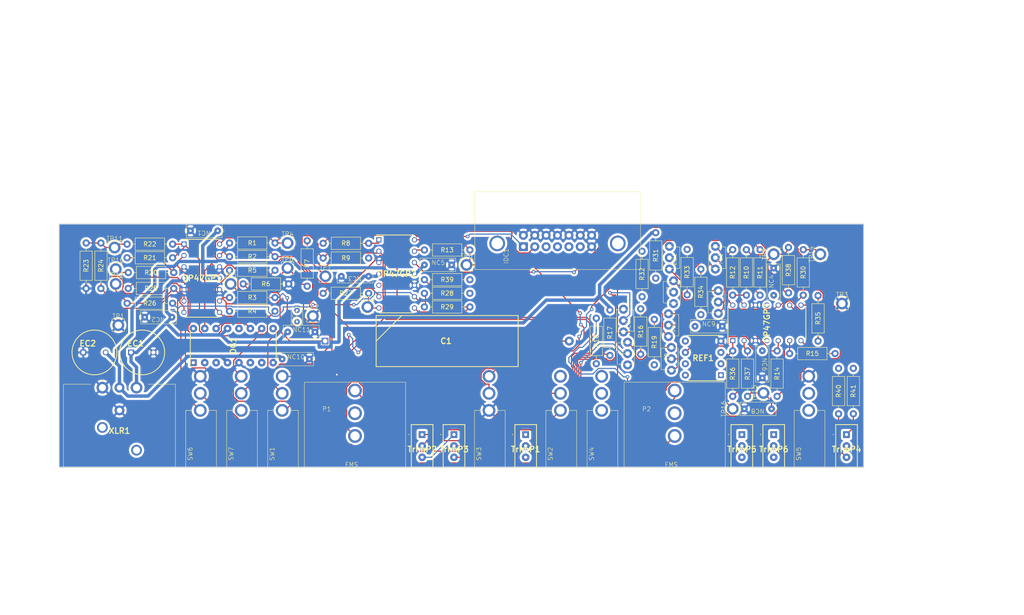
<source format=kicad_pcb>
(kicad_pcb (version 20221018) (generator pcbnew)
  (layers (0 "F.Cu" signal) (31 "B.Cu" signal) (34 "B.Paste" user) (35 "F.Paste" user) (36 "B.SilkS" user "B.Silkscreen") (37 "F.SilkS" user "F.Silkscreen") (38 "B.Mask" user) (39 "F.Mask" user) (44 "Edge.Cuts" user))
  (net 0 "")
  (net 1 "-15V")
  (net 2 "GND")
  (net 4 "+15V")
  (net 5 "Net-(SW6-A)")
  (net 6 "Net-(SW1-C)")
  (net 7 "Net-(IDC1-C-Pad5)")
  (net 8 "Net-(IDC1-C-Pad6)")
  (net 9 "+5V")
  (net 10 "Net-(OP47GP1B--)")
  (net 11 "Net-(OP47GP1-Pad7)")
  (net 12 "Net-(OP47GP2-Pad1)")
  (net 13 "Net-(OP47GP2A--)")
  (net 14 "Net-(OP47GP2B-+)")
  (net 15 "Net-(OP47GP2B--)")
  (net 16 "Net-(SW5-A)")
  (net 17 "Net-(OP47GP2C--)")
  (net 18 "Net-(OP47GP2D-+)")
  (net 19 "-5V")
  (net 20 "Net-(OP47GP3A--)")
  (net 21 "Net-(OP47GP3B-+)")
  (net 22 "Net-(OP47GP3B--)")
  (net 23 "Net-(OP47GP3C--)")
  (net 24 "Net-(OP47GP3C-+)")
  (net 25 "Net-(P1-Pad2)")
  (net 26 "Net-(P2-Pad2)")
  (net 27 "Net-(OP47GP1D--)")
  (net 28 "Net-(SW1-A)")
  (net 29 "Net-(SW1-B)")
  (net 30 "Net-(R5-Pad2)")
  (net 31 "Net-(OP47GP3D--)")
  (net 32 "Net-(SW3-B)")
  (net 33 "Net-(SW6-B)")
  (net 34 "Net-(OP47GP2D--)")
  (net 35 "Net-(SW3-C)")
  (net 36 "Net-(R14-Pad1)")
  (net 37 "Net-(TR1-E)")
  (net 38 "Net-(R17-Pad2)")
  (net 39 "Net-(R18-Pad1)")
  (net 40 "Net-(T1-E)")
  (net 41 "Net-(SW2-B)")
  (net 42 "Net-(R22-Pad2)")
  (net 43 "Net-(SW5-B)")
  (net 44 "Net-(R30-Pad1)")
  (net 45 "Net-(R31-Pad2)")
  (net 46 "Net-(R32-Pad1)")
  (net 47 "Net-(TR3-E)")
  (net 48 "Net-(T3-E)")
  (net 49 "Net-(R40-Pad2)")
  (net 50 "Net-(R41-Pad1)")
  (net 58 "Net-(T1-B)")
  (net 59 "Net-(T3-B)")
  (net 60 "Net-(TR2-B)")
  (net 61 "Net-(TR3-B)")
  (net 62 "Net-(TrimP2-Pad3)")
  (net 63 "Net-(TrimP5-Pad3)")
  (net 69 "Net-(DG1C-IN3)")
  (net 70 "Net-(DG1C-D3)")
  (net 71 "Net-(DG1C-S3)")
  (net 72 "Net-(OP47GP2-Pad8)")
  (net 73 "Net-(OP47GP3-Pad14)")
  (net 77 "Net-(DG1B-S2)")
  (net 78 "Net-(DG1B-D2)")
  (net 79 "Net-(DG1B-IN2)")
  (footprint "Prior Library:TestPoint" (layer "F.Cu") (at 189.738 81.186 90)
    (fp_text reference "TP9")
    (fp_text value "TestPoint")
  )
  (footprint "Complex_Op_Amps_Footprints:Polypropylene Capacitor" (layer "F.Cu") (at 89.59 100.584)
    (fp_text reference "C1")
    (fp_text value "1uF" hide)
  )
  (footprint "Complex_Op_Amps_Footprints:R_Axial_DIN0207_L6.3mm_D2.5mm_P10.16mm_Horizontal" (layer "F.Cu") (at 45.392932 81.976636)
    (fp_text reference "R21")
    (fp_text value "10k")
  )
  (footprint "Complex_Op_Amps_Footprints:R_Axial_DIN0207_L6.3mm_D2.5mm_P10.16mm_Horizontal" (layer "F.Cu") (at 180.594 112.936 90)
    (fp_text reference "R36")
    (fp_text value "10k")
  )
  (footprint "Complex_Op_Amps_Footprints:CAPACITOR - 399-4209-ND" (layer "F.Cu") (at 187.198 105.824 -90)
    (fp_text reference "NC6")
    (fp_text value "0.1uF")
  )
  (footprint "Complex_Op_Amps_Footprints:3296X1104LF -TrimPot" (layer "F.Cu") (at 205.994 121.473 180)
    (fp_text reference "TrimP4")
    (fp_text value "10k" hide)
  )
  (footprint "Complex_Op_Amps_Footprints:Potentiometer" (layer "F.Cu") (at 156.34 109.778)
    (fp_text reference "P2")
    (fp_text value "50k")
  )
  (footprint "Complex_Op_Amps_Footprints:Both_Transisitor" (layer "F.Cu") (at 157.118 105.918 90)
    (fp_text reference "T1")
    (fp_text value "Transistor P/N: 2N3906")
  )
  (footprint "Complex_Op_Amps_Footprints:R_Axial_DIN0207_L6.3mm_D2.5mm_P10.16mm_Horizontal" (layer "F.Cu") (at 78.412932 90.866636 180)
    (fp_text reference "R3")
    (fp_text value "10k")
  )
  (footprint "Prior Library:TestPoint" (layer "F.Cu") (at 180.594 115.73 90)
    (fp_text reference "TP16")
    (fp_text value "TestPoint")
  )
  (footprint "Complex_Op_Amps_Footprints:R_Axial_DIN0207_L6.3mm_D2.5mm_P10.16mm_Horizontal" (layer "F.Cu") (at 160.041004 93.384004 -90)
    (fp_text reference "R16")
    (fp_text value "10k")
  )
  (footprint "Complex_Op_Amps_Footprints:3296X1104LF -TrimPot" (layer "F.Cu") (at 189.738 121.473 180)
    (fp_text reference "TrimP6")
    (fp_text value "5k" hide)
  )
  (footprint "Complex_Op_Amps_Footprints:R_Axial_DIN0207_L6.3mm_D2.5mm_P10.16mm_Horizontal" (layer "F.Cu") (at 68.252932 84.770636)
    (fp_text reference "R5")
    (fp_text value "0k")
  )
  (footprint "Complex_Op_Amps_Footprints:R_Axial_DIN0207_L6.3mm_D2.5mm_P10.16mm_Horizontal" (layer "F.Cu") (at 68.252932 81.722636)
    (fp_text reference "R2")
    (fp_text value "10k")
  )
  (footprint "Complex_Op_Amps_Footprints:R_Axial_DIN0207_L6.3mm_D2.5mm_P10.16mm_Horizontal" (layer "F.Cu") (at 193.04 89.822 90)
    (fp_text reference "R38")
    (fp_text value "0k")
  )
  (footprint "Complex_Op_Amps_Footprints:AV2_Switch" (layer "F.Cu") (at 122.936 128.778 90)
    (fp_text reference "SW3")
    (fp_text value "SPDT Switch, P/N: 7101SD9AV2BE")
  )
  (footprint "Complex_Op_Amps_Footprints:CAPACITOR - 399-4209-ND" (layer "F.Cu") (at 96.218 86.106 180)
    (fp_text reference "NC3")
    (fp_text value "0.1uF")
  )
  (footprint "Complex_Op_Amps_Footprints:CAPACITOR - 399-4209-ND" (layer "F.Cu") (at 62.532 75.946 180)
    (fp_text reference "NC1")
    (fp_text value "0.1uF")
  )
  (footprint "Prior Library:TestPoint" (layer "F.Cu") (at 187.452 112.174 90)
    (fp_text reference "TP15")
    (fp_text value "TestPoint")
  )
  (footprint "Complex_Op_Amps_Footprints:R_Axial_DIN0207_L6.3mm_D2.5mm_P10.16mm_Horizontal" (layer "F.Cu") (at 160.3535 80.518 -90)
    (fp_text reference "R32")
    (fp_text value "20k")
  )
  (footprint "Prior Library:TestPoint" (layer "F.Cu") (at 200.152 81.186 90)
    (fp_text reference "TP14")
    (fp_text value "TestPoint")
  )
  (footprint "Prior Library:TestPoint" (layer "F.Cu") (at 81.206932 84.262636)
    (fp_text reference "TP6")
    (fp_text value "TestPoint")
  )
  (footprint "Prior Library:TestPoint" (layer "F.Cu") (at 89.662 86.106)
    (fp_text reference "TP7")
    (fp_text value "TestPoint")
  )
  (footprint "Complex_Op_Amps_Footprints:OP470GPZ" (layer "F.Cu") (at 188.214 96.52 90)
    (fp_text reference "OP47GP3")
    (fp_text value "~" hide)
  )
  (footprint "Complex_Op_Amps_Footprints:Both_Transisitor" (layer "F.Cu") (at 167.386 92.202 90)
    (fp_text reference "T3")
    (fp_text value "Transistor P/N: 2N3906")
  )
  (footprint "Complex_Op_Amps_Footprints:CAPACITOR - 399-4209-ND" (layer "F.Cu") (at 52.324 95.25 180)
    (fp_text reference "NC2")
    (fp_text value "0.1uF")
  )
  (footprint "Complex_Op_Amps_Footprints:Small Capacitor" (layer "F.Cu") (at 83.312 94.996 90)
    (fp_text reference "SC1")
    (fp_text value "1nF")
  )
  (footprint "Complex_Op_Amps_Footprints:Both_Transisitor" (layer "F.Cu") (at 166.4495 79.4225 -90)
    (fp_text reference "TR3")
    (fp_text value "Transistor P/N: 2N3904")
  )
  (footprint "Complex_Op_Amps_Footprints:R_Axial_DIN0207_L6.3mm_D2.5mm_P10.16mm_Horizontal" (layer "F.Cu") (at 163.089004 105.896995 90)
    (fp_text reference "R19")
    (fp_text value "10k")
  )
  (footprint "Complex_Op_Amps_Footprints:R_Axial_DIN0207_L6.3mm_D2.5mm_P10.16mm_Horizontal" (layer "F.Cu") (at 81.460932 87.818636 180)
    (fp_text reference "R6")
    (fp_text value "Open")
  )
  (footprint "Complex_Op_Amps_Footprints:OP470GPZ" (layer "F.Cu") (at 105.57 85.584)
    (fp_text reference "OP47GP2")
    (fp_text value "~" hide)
  )
  (footprint "Complex_Op_Amps_Footprints:AV2_Switch" (layer "F.Cu") (at 67.62 128.778 90)
    (fp_text reference "SW7")
    (fp_text value "SPDT Switch, P/N: 7101SD9AV2BE")
  )
  (footprint "Prior Library:TestPoint" (layer "F.Cu") (at 68.506932 87.818636)
    (fp_text reference "TP5")
    (fp_text value "TestPoint")
  )
  (footprint "Complex_Op_Amps_Footprints:R_Axial_DIN0207_L6.3mm_D2.5mm_P10.16mm_Horizontal" (layer "F.Cu") (at 150.135004 95.482995 -90)
    (fp_text reference "R18")
    (fp_text value "5k")
  )
  (footprint "Prior Library:TestPoint" (layer "F.Cu") (at 42.852932 84.516636)
    (fp_text reference "TP10")
    (fp_text value "TestPoint")
  )
  (footprint "Complex_Op_Amps_Footprints:3296X1104LF -TrimPot" (layer "F.Cu") (at 182.626 121.473 180)
    (fp_text reference "TrimP5")
    (fp_text value "5k" hide)
  )
  (footprint "Prior Library:TestPoint" (layer "F.Cu") (at 42.852932 87.818636)
    (fp_text reference "TP12")
    (fp_text value "TestPoint")
  )
  (footprint "Complex_Op_Amps_Footprints:R_Axial_DIN0207_L6.3mm_D2.5mm_P10.16mm_Horizontal" (layer "F.Cu") (at 173.482 94.676 90)
    (fp_text reference "R34")
    (fp_text value "10k")
  )
  (footprint "Complex_Op_Amps_Footprints:OP470GPZ" (layer "F.Cu") (at 62.062932 86.548636)
    (fp_text reference "OP47GP1")
    (fp_text value "~" hide)
  )
  (footprint "Complex_Op_Amps_Footprints:REF02CPZ" (layer "F.Cu") (at 173.99 104.394 180)
    (fp_text reference "REF1")
    (fp_text value "REF02 P/N: REF02CPZ" hide)
  )
  (footprint "Complex_Op_Amps_Footprints:Both_Transisitor" (layer "F.Cu") (at 156.193004 93.472 -90)
    (fp_text reference "TR2")
    (fp_text value "Transistor P/N: 2N3904")
  )
  (footprint "Complex_Op_Amps_Footprints:ELECTROLYTIC CAPACITOR - EEU-EB1C102" (layer "F.Cu") (at 35.6 103.124)
    (fp_text reference "EC2")
    (fp_text value "1000uF" hide)
  )
  (footprint "Prior Library:NC3MBH_XLR" (layer "F.Cu") (at 39.878 110.998 180)
    (fp_text reference "XLR1")
    (fp_text value "XLR P/N: NC3MBH" hide)
  )
  (footprint "Complex_Op_Amps_Footprints:R_Axial_DIN0207_L6.3mm_D2.5mm_P10.16mm_Horizontal" (layer "F.Cu") (at 39.550932 78.674636 -90)
    (fp_text reference "R24")
    (fp_text value "1k")
  )
  (footprint "Complex_Op_Amps_Footprints:ELECTROLYTIC CAPACITOR - EEU-EB1C102" (layer "F.Cu") (at 46.268 103.124)
    (fp_text reference "EC1")
    (fp_text value "1000uF" hide)
  )
  (footprint "Complex_Op_Amps_Footprints:R_Axial_DIN0207_L6.3mm_D2.5mm_P10.16mm_Horizontal" (layer "F.Cu") (at 153.183004 93.638004 -90)
    (fp_text reference "R17")
    (fp_text value "5k")
  )
  (footprint "Prior Library:TestPoint" (layer "F.Cu") (at 99.06 92.964)
    (fp_text reference "TP13")
    (fp_text value "TestPoint")
  )
  (footprint "Complex_Op_Amps_Footprints:R_Axial_DIN0207_L6.3mm_D2.5mm_P10.16mm_Horizontal" (layer "F.Cu") (at 85.598 88.326636 90)
    (fp_text reference "R7")
    (fp_text value "1k")
  )
  (footprint "Complex_Op_Amps_Footprints:ADG201AKNZ" (layer "F.Cu") (at 69.088 101.6 90)
    (fp_text reference "DG1")
    (fp_text value "P/N: ADG201AKNZ" hide)
  )
  (footprint "Prior Library:TestPoint" (layer "F.Cu") (at 121.158 83.566)
    (fp_text reference "TP8")
    (fp_text value "TestPoint")
  )
  (footprint "Complex_Op_Amps_Footprints:R_Axial_DIN0207_L6.3mm_D2.5mm_P10.16mm_Horizontal" (layer "F.Cu") (at 89.154 89.916)
    (fp_text reference "R27")
    (fp_text value "1k")
  )
  (footprint "Complex_Op_Amps_Footprints:Male IDC Connector" (layer "F.Cu") (at 123.018 84.612 90)
    (fp_text reference "IDC1")
    (fp_text value "Male 14 Position IDC Connector, Digikey P/N: 609-5970-ND" hide)
  )
  (footprint "Complex_Op_Amps_Footprints:R_Axial_DIN0207_L6.3mm_D2.5mm_P10.16mm_Horizontal" (layer "F.Cu") (at 45.392932 92.136636)
    (fp_text reference "R26")
    (fp_text value "10k")
  )
  (footprint "Complex_Op_Amps_Footprints:R_Axial_DIN0207_L6.3mm_D2.5mm_P10.16mm_Horizontal" (layer "F.Cu") (at 68.252932 93.914636)
    (fp_text reference "R4")
    (fp_text value "10k")
  )
  (footprint "Complex_Op_Amps_Footprints:R_Axial_DIN0207_L6.3mm_D2.5mm_P10.16mm_Horizontal" (layer "F.Cu") (at 45.646932 85.278636)
    (fp_text reference "R20")
    (fp_text value "10k")
  )
  (footprint "Complex_Op_Amps_Footprints:CAPACITOR - 399-4209-ND" (layer "F.Cu") (at 186.182 115.73 180)
    (fp_text reference "NC8")
    (fp_text value "0.1uF")
  )
  (footprint "Complex_Op_Amps_Footprints:Potentiometer" (layer "F.Cu") (at 84.966 109.778)
    (fp_text reference "P1")
    (fp_text value "50k")
  )
  (footprint "Complex_Op_Amps_Footprints:R_Axial_DIN0207_L6.3mm_D2.5mm_P10.16mm_Horizontal" (layer "F.Cu") (at 163.4015 76.3745 -90)
    (fp_text reference "R31")
    (fp_text value "20k")
  )
  (footprint "Prior Library:TestPoint" (layer "F.Cu") (at 86.868 94.996)
    (fp_text reference "TP2")
    (fp_text value "TestPoint")
  )
  (footprint "Complex_Op_Amps_Footprints:Both_Transisitor" (layer "F.Cu") (at 166.245004 94.488 -90)
    (fp_text reference "TR1")
    (fp_text value "Transistor P/N: 2N3904")
  )
  (footprint "Prior Library:TestPoint" (layer "F.Cu") (at 42.598932 79.690636)
    (fp_text reference "TP11")
    (fp_text value "TestPoint")
  )
  (footprint "Complex_Op_Amps_Footprints:AV2_Switch" (layer "F.Cu") (at 58.476 128.778 90)
    (fp_text reference "SW6")
    (fp_text value "SPDT Switch, P/N: 7101SD9AV2BE")
  )
  (footprint "Complex_Op_Amps_Footprints:R_Axial_DIN0207_L6.3mm_D2.5mm_P10.16mm_Horizontal" (layer "F.Cu") (at 180.58 90.33 90)
    (fp_text reference "R12")
    (fp_text value "10k")
  )
  (footprint "Complex_Op_Amps_Footprints:R_Axial_DIN0207_L6.3mm_D2.5mm_P10.16mm_Horizontal" (layer "F.Cu") (at 111.76 86.868)
    (fp_text reference "R39")
    (fp_text value "0k")
  )
  (footprint "Complex_Op_Amps_Footprints:R_Axial_DIN0207_L6.3mm_D2.5mm_P10.16mm_Horizontal" (layer "F.Cu") (at 186.69 80.17 -90)
    (fp_text reference "R11")
    (fp_text value "10k")
  )
  (footprint "Complex_Op_Amps_Footprints:CAPACITOR - 399-4209-ND" (layer "F.Cu") (at 114.84 83.566)
    (fp_text reference "NC5")
    (fp_text value "0.1uF")
  )
  (footprint "Complex_Op_Amps_Footprints:R_Axial_DIN0207_L6.3mm_D2.5mm_P10.16mm_Horizontal" (layer "F.Cu") (at 89.154 82.042)
    (fp_text reference "R9")
    (fp_text value "10k")
  )
  (footprint "Complex_Op_Amps_Footprints:R_Axial_DIN0207_L6.3mm_D2.5mm_P10.16mm_Horizontal" (layer "F.Cu") (at 199.644 100.584 90)
    (fp_text reference "R35")
    (fp_text value "1k")
  )
  (footprint "Complex_Op_Amps_Footprints:R_Axial_DIN0207_L6.3mm_D2.5mm_P10.16mm_Horizontal" (layer "F.Cu") (at 204.216 106.68 -90)
    (fp_text reference "R40")
    (fp_text value "20k")
  )
  (footprint "Complex_Op_Amps_Footprints:R_Axial_DIN0207_L6.3mm_D2.5mm_P10.16mm_Horizontal" (layer "F.Cu") (at 183.896 112.936 90)
    (fp_text reference "R37")
    (fp_text value "10k")
  )
  (footprint "Complex_Op_Amps_Footprints:3296X1104LF -TrimPot" (layer "F.Cu") (at 111.252 121.473 180)
    (fp_text reference "TrimP2")
    (fp_text value "10k" hide)
  )
  (footprint "Complex_Op_Amps_Footprints:CAPACITOR - 399-4209-ND" (layer "F.Cu") (at 189.738 87.282 90)
    (fp_text reference "NC4")
    (fp_text value "0.1uF")
  )
  (footprint "Complex_Op_Amps_Footprints:R_Axial_DIN0207_L6.3mm_D2.5mm_P10.16mm_Horizontal" (layer "F.Cu") (at 45.646932 88.834636)
    (fp_text reference "R25")
    (fp_text value "1k")
  )
  (footprint "Complex_Op_Amps_Footprints:R_Axial_DIN0207_L6.3mm_D2.5mm_P10.16mm_Horizontal" (layer "F.Cu") (at 183.642 90.33 90)
    (fp_text reference "R10")
    (fp_text value "10k")
  )
  (footprint "Complex_Op_Amps_Footprints:Both_Transisitor" (layer "F.Cu") (at 166.899004 107.100004 90)
    (fp_text reference "T2")
    (fp_text value "Transistor P/N: 2N3906")
  )
  (footprint "Prior Library:TestPoint" (layer "F.Cu") (at 204.978 92.202)
    (fp_text reference "TP3")
    (fp_text value "TestPoint")
  )
  (footprint "Complex_Op_Amps_Footprints:R_Axial_DIN0207_L6.3mm_D2.5mm_P10.16mm_Horizontal" (layer "F.Cu") (at 55.552932 78.928636 180)
    (fp_text reference "R22")
    (fp_text value "0k")
  )
  (footprint "Complex_Op_Amps_Footprints:Both_Transisitor" (layer "F.Cu") (at 176.7175 79.4225 -90)
    (fp_text reference "TR4")
    (fp_text value "Transistor P/N: 2N3904")
  )
  (footprint "Complex_Op_Amps_Footprints:R_Axial_DIN0207_L6.3mm_D2.5mm_P10.16mm_Horizontal" (layer "F.Cu") (at 193.294 103.378)
    (fp_text reference "R15")
    (fp_text value "1k")
  )
  (footprint "Complex_Op_Amps_Footprints:R_Axial_DIN0207_L6.3mm_D2.5mm_P10.16mm_Horizontal" (layer "F.Cu") (at 36.248932 78.674636 -90)
    (fp_text reference "R23")
    (fp_text value "Open")
  )
  (footprint "Complex_Op_Amps_Footprints:Both_Transisitor" (layer "F.Cu") (at 177.3715 94.4085 90)
    (fp_text reference "T4")
    (fp_text value "Transistor P/N: 2N3906")
  )
  (footprint "Complex_Op_Amps_Footprints:3296X1104LF -TrimPot" (layer "F.Cu") (at 134.366 121.473 180)
    (fp_text reference "TrimP1")
    (fp_text value "20k" hide)
  )
  (footprint "Complex_Op_Amps_Footprints:R_Axial_DIN0207_L6.3mm_D2.5mm_P10.16mm_Horizontal" (layer "F.Cu") (at 78.412932 78.674636 180)
    (fp_text reference "R1")
    (fp_text value "10k")
  )
  (footprint "Complex_Op_Amps_Footprints:AV2_Switch" (layer "F.Cu") (at 138.882 128.778 90)
    (fp_text reference "SW2")
    (fp_text value "SPDT Switch, P/N: 7101SD9AV2BE")
  )
  (footprint "Complex_Op_Amps_Footprints:AV2_Switch" (layer "F.Cu") (at 148.082 128.778 90)
    (fp_text reference "SW4")
    (fp_text value "SPDT Switch, P/N: 7101SD9AV2BE")
  )
  (footprint "Complex_Op_Amps_Footprints:AV2_Switch" (layer "F.Cu") (at 76.764 128.778 90)
    (fp_text reference "SW1")
    (fp_text value "SPDT Switch, P/N: 7101SD9AV2BE")
  )
  (footprint "Complex_Op_Amps_Footprints:CAPACITOR - 399-4209-ND" (layer "F.Cu") (at 83.09 104.612)
    (fp_text reference "NC10")
    (fp_text value "0.1uF")
  )
  (footprint "Complex_Op_Amps_Footprints:R_Axial_DIN0207_L6.3mm_D2.5mm_P10.16mm_Horizontal" (layer "F.Cu") (at 111.76 89.916)
    (fp_text reference "R28")
    (fp_text value "10k")
  )
  (footprint "Complex_Op_Amps_Footprints:R_Axial_DIN0207_L6.3mm_D2.5mm_P10.16mm_Horizontal" (layer "F.Cu") (at 111.76 80.238)
    (fp_text reference "R13")
    (fp_text value "1k")
  )
  (footprint "Complex_Op_Amps_Footprints:R_Axial_DIN0207_L6.3mm_D2.5mm_P10.16mm_Horizontal" (layer "F.Cu") (at 207.518 116.84 90)
    (fp_text reference "R41")
    (fp_text value "20k")
  )
  (footprint "Prior Library:TestPoint" (layer "F.Cu") (at 43.434 97.028)
    (fp_text reference "TP1")
    (fp_text value "TestPoint")
  )
  (footprint "Complex_Op_Amps_Footprints:R_Axial_DIN0207_L6.3mm_D2.5mm_P10.16mm_Horizontal" (layer "F.Cu") (at 170.421 80.105 -90)
    (fp_text reference "R33")
    (fp_text value "10k")
  )
  (footprint "Complex_Op_Amps_Footprints:CAPACITOR - 399-4209-ND" (layer "F.Cu") (at 84.328 98.552)
    (fp_text reference "NC11")
    (fp_text value "0.1uF")
  )
  (footprint "Prior Library:TestPoint" (layer "F.Cu") (at 81.206932 78.674636)
    (fp_text reference "TP4")
    (fp_text value "TestPoint")
  )
  (footprint "Complex_Op_Amps_Footprints:R_Axial_DIN0207_L6.3mm_D2.5mm_P10.16mm_Horizontal" (layer "F.Cu") (at 89.154 78.74)
    (fp_text reference "R8")
    (fp_text value "10k")
  )
  (footprint "Complex_Op_Amps_Footprints:R_Axial_DIN0207_L6.3mm_D2.5mm_P10.16mm_Horizontal" (layer "F.Cu") (at 196.342 80.17 -90)
    (fp_text reference "R30")
    (fp_text value "20k")
  )
  (footprint "Complex_Op_Amps_Footprints:R_Axial_DIN0207_L6.3mm_D2.5mm_P10.16mm_Horizontal" (layer "F.Cu") (at 111.76 92.964)
    (fp_text reference "R29")
    (fp_text value "10k")
  )
  (footprint "Complex_Op_Amps_Footprints:3296X1104LF -TrimPot" (layer "F.Cu") (at 118.364 121.473 180)
    (fp_text reference "TrimP3")
    (fp_text value "10k" hide)
  )
  (footprint "Complex_Op_Amps_Footprints:CAPACITOR - 399-4209-ND" (layer "F.Cu") (at 175.26 97.282)
    (fp_text reference "NC9")
    (fp_text value "0.1uF")
  )
  (footprint "Complex_Op_Amps_Footprints:AV2_Switch" (layer "F.Cu") (at 194.31 128.778 90)
    (fp_text reference "SW5")
    (fp_text value "SPDT Switch, P/N: 7101SD9AV2BE")
  )
  (footprint "Complex_Op_Amps_Footprints:R_Axial_DIN0207_L6.3mm_D2.5mm_P10.16mm_Horizontal" (layer "F.Cu") (at 190.5 112.936 90)
    (fp_text reference "R14")
    (fp_text value "10k")
  )
  (gr_rect (start 30.226 74.422) (end 209.804 128.778) (stroke (width 0.2)) (fill none) (layer "Edge.Cuts"))
  (segment (start 52.240364 83.903636) (end 55.872296 83.903636) (width 0.75) (layer "B.Cu") (net 1))
  (segment (start 65.374151 82.804) (end 65.554515 82.623636) (width 0.75) (layer "B.Cu") (net 1))
  (segment (start 43.033 105.557) (end 43.033 102.609) (width 0.75) (layer "B.Cu") (net 1))
  (segment (start 50.069 112.873) (end 58.955 103.987) (width 0.75) (layer "B.Cu") (net 1))
  (segment (start 62.549364 86.548636) (end 62.484 86.614) (width 0.75) (layer "B.Cu") (net 1))
  (segment (start 79.385 103.987) (end 80.01 104.612) (width 0.75) (layer "B.Cu") (net 1))
  (segment (start 46.482 93.293932) (end 51.562 88.213932) (width 0.75) (layer "B.Cu") (net 1))
  (segment (start 51.562 84.582) (end 52.240364 83.903636) (width 0.75) (layer "B.Cu") (net 1))
  (segment (start 80.430281 82.387636) (end 81.983583 82.387636) (width 0.75) (layer "B.Cu") (net 1))
  (segment (start 43.033 102.609) (end 46.482 99.16) (width 0.75) (layer "B.Cu") (net 1))
  (segment (start 65.554515 82.623636) (end 67.209388 82.623636) (width 0.75) (layer "B.Cu") (net 1))
  (segment (start 43.688 110.998) (end 45.563 112.873) (width 0.75) (layer "B.Cu") (net 1))
  (segment (start 43.688 110.998) (end 43.688 106.212) (width 0.75) (layer "B.Cu") (net 1))
  (segment (start 66.391 103.987) (end 79.385 103.987) (width 0.75) (layer "B.Cu") (net 1))
  (segment (start 46.482 99.16) (end 46.482 93.293932) (width 0.75) (layer "B.Cu") (net 1))
  (segment (start 62.288296 86.418296) (end 62.288296 82.042) (width 0.75) (layer "B.Cu") (net 1))
  (segment (start 51.562 88.213932) (end 51.562 84.582) (width 0.75) (layer "B.Cu") (net 1))
  (segment (start 67.683388 83.097636) (end 79.720281 83.097636) (width 0.75) (layer "B.Cu") (net 1))
  (segment (start 45.563 112.873) (end 50.069 112.873) (width 0.75) (layer "B.Cu") (net 1))
  (segment (start 66.032932 86.548636) (end 62.549364 86.548636) (width 0.75) (layer "B.Cu") (net 1))
  (segment (start 103.479 85.191) (end 109.147 85.191) (width 0.75) (layer "B.Cu") (net 1))
  (segment (start 58.955 103.987) (end 66.391 103.987) (width 0.75) (layer "B.Cu") (net 1))
  (segment (start 66.391 103.987) (end 67.816 105.412) (width 0.75) (layer "B.Cu") (net 1))
  (segment (start 56.971932 82.804) (end 62.288296 82.804) (width 0.75) (layer "B.Cu") (net 1))
  (segment (start 43.033 105.557) (end 40.6 103.124) (width 0.75) (layer "B.Cu") (net 1))
  (segment (start 62.288296 82.804) (end 62.288296 82.042) (width 0.75) (layer "B.Cu") (net 1))
  (segment (start 55.872296 83.903636) (end 56.971932 82.804) (width 0.75) (layer "B.Cu") (net 1))
  (segment (start 62.288296 82.804) (end 65.374151 82.804) (width 0.75) (layer "B.Cu") (net 1))
  (segment (start 43.688 106.212) (end 43.033 105.557) (width 0.75) (layer "B.Cu") (net 1))
  (segment (start 109.147 85.191) (end 109.54 85.584) (width 0.75) (layer "B.Cu") (net 1))
  (segment (start 62.288296 79.756) (end 62.288296 79.269704) (width 0.75) (layer "B.Cu") (net 1))
  (segment (start 62.288296 79.269704) (end 65.612 75.946) (width 0.75) (layer "B.Cu") (net 1))
  (segment (start 81.983583 82.387636) (end 83.998973 84.403027) (width 0.75) (layer "B.Cu") (net 1))
  (segment (start 84.171 84.231) (end 102.519 84.231) (width 0.75) (layer "B.Cu") (net 1))
  (segment (start 67.209388 82.623636) (end 67.683388 83.097636) (width 0.75) (layer "B.Cu") (net 1))
  (segment (start 62.288296 82.042) (end 62.288296 79.756) (width 0.75) (layer "B.Cu") (net 1))
  (segment (start 109.54 85.584) (end 109.742 85.584) (width 0.75) (layer "B.Cu") (net 1))
  (segment (start 83.998973 84.403027) (end 84.171 84.231) (width 0.75) (layer "B.Cu") (net 1))
  (segment (start 79.720281 83.097636) (end 80.430281 82.387636) (width 0.75) (layer "B.Cu") (net 1))
  (segment (start 109.742 85.584) (end 111.76 83.566) (width 0.75) (layer "B.Cu") (net 1))
  (segment (start 62.484 86.614) (end 62.288296 86.418296) (width 0.75) (layer "B.Cu") (net 1))
  (segment (start 102.519 84.231) (end 103.479 85.191) (width 0.75) (layer "B.Cu") (net 1))
  (segment (start 54.177932 88.519092) (end 55.568389 87.128635) (width 0.75) (layer "B.Cu") (net 4))
  (segment (start 54.118 96.536) (end 55.404 95.25) (width 0.75) (layer "B.Cu") (net 4))
  (segment (start 99.298 86.106) (end 101.078 86.106) (width 0.75) (layer "B.Cu") (net 4))
  (segment (start 149.86 91.44) (end 150.876 90.424) (width 0.75) (layer "B.Cu") (net 4))
  (segment (start 98.298 86.106) (end 99.298 86.106) (width 0.75) (layer "B.Cu") (net 4))
  (segment (start 54.118 96.536) (end 56.795 99.213) (width 0.75) (layer "B.Cu") (net 4))
  (segment (start 133.858 96.52) (end 138.938 91.44) (width 0.75) (layer "B.Cu") (net 4))
  (segment (start 90.915 100.838) (end 92.583 100.838) (width 0.75) (layer "B.Cu") (net 4))
  (segment (start 92.583 100.838) (end 92.71 100.711) (width 0.75) (layer "B.Cu") (net 4))
  (segment (start 90.915 101.909) (end 90.915 100.838) (width 0.75) (layer "B.Cu") (net 4))
  (segment (start 153.183004 93.112004) (end 153.183004 93.638004) (width 0.75) (layer "B.Cu") (net 4))
  (segment (start 68.016 100.838) (end 77.978 100.838) (width 0.75) (layer "B.Cu") (net 4))
  (segment (start 88.265 101.909) (end 90.915 101.909) (width 0.75) (layer "B.Cu") (net 4))
  (segment (start 150.876 88.050956) (end 162.552456 76.3745) (width 0.75) (layer "B.Cu") (net 4))
  (segment (start 92.71 91.694) (end 98.298 86.106) (width 0.75) (layer "B.Cu") (net 4))
  (segment (start 66.391 99.213) (end 68.016 100.838) (width 0.75) (layer "B.Cu") (net 4))
  (segment (start 150.876 90.805) (end 153.183004 93.112004) (width 0.75) (layer "B.Cu") (net 4))
  (segment (start 63.754 99.213) (end 66.391 99.213) (width 0.75) (layer "B.Cu") (net 4))
  (segment (start 46.268 103.124) (end 47.53 103.124) (width 0.75) (layer "B.Cu") (net 4))
  (segment (start 47.498 106.426) (end 46.268 105.196) (width 0.75) (layer "B.Cu") (net 4))
  (segment (start 162.552456 76.3745) (end 163.4015 76.3745) (width 0.75) (layer "B.Cu") (net 4))
  (segment (start 47.498 110.998) (end 47.498 106.426) (width 0.75) (layer "B.Cu") (net 4))
  (segment (start 56.795 99.213) (end 63.754 99.213) (width 0.75) (layer "B.Cu") (net 4))
  (segment (start 92.71 100.711) (end 92.71 96.52) (width 0.75) (layer "B.Cu") (net 4))
  (segment (start 66.391 99.213) (end 67.816 97.788) (width 0.75) (layer "B.Cu") (net 4))
  (segment (start 88.265 100.838) (end 88.265 101.909) (width 0.75) (layer "B.Cu") (net 4))
  (segment (start 46.268 105.196) (end 46.268 103.124) (width 0.75) (layer "B.Cu") (net 4))
  (segment (start 77.978 100.838) (end 78.962 100.838) (width 0.75) (layer "B.Cu") (net 4))
  (segment (start 138.938 91.44) (end 149.86 91.44) (width 0.75) (layer "B.Cu") (net 4))
  (segment (start 92.71 96.52) (end 133.858 96.52) (width 0.75) (layer "B.Cu") (net 4))
  (segment (start 150.876 90.424) (end 150.876 88.050956) (width 0.75) (layer "B.Cu") (net 4))
  (segment (start 101.078 86.106) (end 101.6 85.584) (width 0.75) (layer "B.Cu") (net 4))
  (segment (start 77.978 100.838) (end 88.265 100.838) (width 0.75) (layer "B.Cu") (net 4))
  (segment (start 78.962 100.838) (end 81.248 98.552) (width 0.75) (layer "B.Cu") (net 4))
  (segment (start 92.71 96.52) (end 92.71 91.694) (width 0.75) (layer "B.Cu") (net 4))
  (segment (start 57.512933 87.128635) (end 58.092932 86.548636) (width 0.75) (layer "B.Cu") (net 4))
  (segment (start 54.177932 94.023932) (end 54.177932 88.519092) (width 0.75) (layer "B.Cu") (net 4))
  (segment (start 55.568389 87.128635) (end 57.512933 87.128635) (width 0.75) (layer "B.Cu") (net 4))
  (segment (start 47.53 103.124) (end 54.118 96.536) (width 0.75) (layer "B.Cu") (net 4))
  (segment (start 55.404 95.25) (end 54.177932 94.023932) (width 0.75) (layer "B.Cu") (net 4))
  (segment (start 110.071864 77.216) (end 109.367864 76.512) (width 0.25) (layer "F.Cu") (net 5))
  (segment (start 82.169 116.065198) (end 82.169 119.888) (width 0.25) (layer "F.Cu") (net 5))
  (segment (start 82.169 119.888) (end 72.207626 119.888) (width 0.25) (layer "F.Cu") (net 5))
  (segment (start 66.294 110.109) (end 62.772 106.587) (width 0.25) (layer "F.Cu") (net 5))
  (segment (start 66.421 114.101374) (end 66.421 110.109) (width 0.25) (layer "F.Cu") (net 5))
  (segment (start 101.868604 81.409) (end 102.543802 82.084198) (width 0.25) (layer "F.Cu") (net 5))
  (segment (start 109.367864 76.512) (end 84.649604 76.512) (width 0.25) (layer "F.Cu") (net 5))
  (segment (start 88.988902 87.731) (end 95.546604 87.731) (width 0.25) (layer "F.Cu") (net 5))
  (segment (start 102.543802 82.084198) (end 102.543802 95.690396) (width 0.25) (layer "F.Cu") (net 5))
  (segment (start 72.207626 119.888) (end 66.421 114.101374) (width 0.25) (layer "F.Cu") (net 5))
  (segment (start 59.182 107.315) (end 59.182 113.5315) (width 0.25) (layer "F.Cu") (net 5))
  (segment (start 59.182 113.5315) (end 61.7285 116.078) (width 0.25) (layer "F.Cu") (net 5))
  (segment (start 84.649604 76.512) (end 84.023 77.138604) (width 0.25) (layer "F.Cu") (net 5))
  (segment (start 59.91 106.587) (end 59.182 107.315) (width 0.25) (layer "F.Cu") (net 5))
  (segment (start 66.421 110.109) (end 66.294 110.109) (width 0.25) (layer "F.Cu") (net 5))
  (segment (start 95.546604 87.731) (end 101.868604 81.409) (width 0.25) (layer "F.Cu") (net 5))
  (segment (start 84.023 77.138604) (end 84.023 82.765098) (width 0.25) (layer "F.Cu") (net 5))
  (segment (start 62.772 106.587) (end 59.91 106.587) (width 0.25) (layer "F.Cu") (net 5))
  (segment (start 84.023 82.765098) (end 88.988902 87.731) (width 0.25) (layer "F.Cu") (net 5))
  (segment (start 121.412 77.216) (end 110.071864 77.216) (width 0.25) (layer "F.Cu") (net 5))
  (segment (start 102.543802 95.690396) (end 82.169 116.065198) (width 0.25) (layer "F.Cu") (net 5))
  (via (at 121.412 77.216) (size 0.8) (drill 0.4) (layers "F.Cu" "B.Cu") (net 5))
  (segment (start 121.941 76.687) (end 131.043 76.687) (width 0.25) (layer "B.Cu") (net 5))
  (segment (start 131.043 76.687) (end 133.858 79.502) (width 0.25) (layer "B.Cu") (net 5))
  (segment (start 121.412 77.216) (end 121.941 76.687) (width 0.25) (layer "B.Cu") (net 5))
  (segment (start 91.115 98.832909) (end 88.903091 96.621) (width 0.25) (layer "F.Cu") (net 6))
  (segment (start 109.574104 119.155104) (end 98.496 108.077) (width 0.25) (layer "F.Cu") (net 6))
  (segment (start 132.912538 80.899) (end 135.001 80.899) (width 0.25) (layer "F.Cu") (net 6))
  (segment (start 131.191 76.825396) (end 131.191 79.177462) (width 0.25) (layer "F.Cu") (net 6))
  (segment (start 131.318 76.698396) (end 131.191 76.825396) (width 0.25) (layer "F.Cu") (net 6))
  (segment (start 66.132068 82.847636) (end 65.127932 81.8435) (width 0.25) (layer "F.Cu") (net 6))
  (segment (start 140.4585 117.754) (end 137.251772 117.754) (width 0.25) (layer "F.Cu") (net 6))
  (segment (start 80.0165 108.458) (end 86.223695 108.458) (width 0.25) (layer "F.Cu") (net 6))
  (segment (start 119.998188 119.048) (end 109.681208 119.048) (width 0.25) (layer "F.Cu") (net 6))
  (segment (start 78.412932 78.674636) (end 81.025568 76.062) (width 0.25) (layer "F.Cu") (net 6))
  (segment (start 84.782305 90.370305) (end 86.794695 90.370305) (width 0.25) (layer "F.Cu") (net 6))
  (segment (start 137.251772 117.754) (end 136.745772 117.248) (width 0.25) (layer "F.Cu") (net 6))
  (segment (start 135.001 80.899) (end 136.398 79.502) (width 0.25) (layer "F.Cu") (net 6))
  (segment (start 124.44602 121.038) (end 121.988188 121.038) (width 0.25) (layer "F.Cu") (net 6))
  (segment (start 86.794695 86.809585) (end 82.173737 82.188627) (width 0.25) (layer "F.Cu") (net 6))
  (segment (start 66.592704 77.089) (end 76.827296 77.089) (width 0.25) (layer "F.Cu") (net 6))
  (segment (start 131.191 79.177462) (end 132.912538 80.899) (width 0.25) (layer "F.Cu") (net 6))
  (segment (start 128.23602 117.248) (end 124.44602 121.038) (width 0.25) (layer "F.Cu") (net 6))
  (segment (start 86.223695 108.458) (end 91.115 103.566695) (width 0.25) (layer "F.Cu") (net 6))
  (segment (start 131.318 76.325604) (end 131.318 76.698396) (width 0.25) (layer "F.Cu") (net 6))
  (segment (start 65.127932 81.8435) (end 65.127932 78.553772) (width 0.25) (layer "F.Cu") (net 6))
  (segment (start 65.127932 78.553772) (end 66.592704 77.089) (width 0.25) (layer "F.Cu") (net 6))
  (segment (start 79.096991 82.847636) (end 66.132068 82.847636) (width 0.25) (layer "F.Cu") (net 6))
  (segment (start 86.794695 90.370305) (end 86.794695 86.809585) (width 0.25) (layer "F.Cu") (net 6))
  (segment (start 98.496 108.077) (end 92.202 108.077) (width 0.25) (layer "F.Cu") (net 6))
  (segment (start 81.206932 78.674636) (end 78.412932 78.674636) (width 0.25) (layer "F.Cu") (net 6))
  (segment (start 121.988188 121.038) (end 119.998188 119.048) (width 0.25) (layer "F.Cu") (net 6))
  (segment (start 79.756 82.188627) (end 79.096991 82.847636) (width 0.25) (layer "F.Cu") (net 6))
  (segment (start 136.745772 117.248) (end 128.23602 117.248) (width 0.25) (layer "F.Cu") (net 6))
  (segment (start 142.1345 116.078) (end 140.4585 117.754) (width 0.25) (layer "F.Cu") (net 6))
  (segment (start 84.782305 95.208403) (end 84.782305 90.370305) (width 0.25) (layer "F.Cu") (net 6))
  (segment (start 91.115 103.566695) (end 91.115 98.832909) (width 0.25) (layer "F.Cu") (net 6))
  (segment (start 88.903091 96.621) (end 86.194902 96.621) (width 0.25) (layer "F.Cu") (net 6))
  (segment (start 82.173737 82.188627) (end 79.756 82.188627) (width 0.25) (layer "F.Cu") (net 6))
  (segment (start 76.827296 77.089) (end 78.412932 78.674636) (width 0.25) (layer "F.Cu") (net 6))
  (segment (start 109.681208 119.048) (end 109.574104 119.155104) (width 0.25) (layer "F.Cu") (net 6))
  (segment (start 86.194902 96.621) (end 84.782305 95.208403) (width 0.25) (layer "F.Cu") (net 6))
  (segment (start 131.054396 76.062) (end 131.318 76.325604) (width 0.25) (layer "F.Cu") (net 6))
  (segment (start 81.025568 76.062) (end 131.054396 76.062) (width 0.25) (layer "F.Cu") (net 6))
  (via (at 92.202 108.077) (size 0.8) (drill 0.4) (layers "F.Cu" "B.Cu") (net 6))
  (segment (start 91.821 108.458) (end 80.0165 108.458) (width 0.25) (layer "B.Cu") (net 6))
  (segment (start 92.202 108.077) (end 91.821 108.458) (width 0.25) (layer "B.Cu") (net 6))
  (segment (start 195.9 92.616) (end 195.834 92.55) (width 0.25) (layer "F.Cu") (net 7))
  (segment (start 199.644 90.424) (end 199.644 92.55) (width 0.25) (layer "F.Cu") (net 7))
  (segment (start 199.644 92.55) (end 195.834 92.55) (width 0.25) (layer "F.Cu") (net 7))
  (segment (start 198.722 103.378) (end 203.454 103.378) (width 0.25) (layer "F.Cu") (net 8))
  (segment (start 195.834 100.49) (end 198.722 103.378) (width 0.25) (layer "F.Cu") (net 8))
  (segment (start 195.834 100.744) (end 195.834 100.49) (width 0.25) (layer "F.Cu") (net 8))
  (segment (start 187.452 112.174) (end 185.42 112.174) (width 0.25) (layer "F.Cu") (net 9))
  (segment (start 188.816 115.73) (end 189.262 115.73) (width 0.25) (layer "F.Cu") (net 9))
  (segment (start 184.658 112.174) (end 183.896 112.936) (width 0.25) (layer "F.Cu") (net 9))
  (segment (start 185.42 112.174) (end 184.658 112.174) (width 0.25) (layer "F.Cu") (net 9))
  (segment (start 179.578 101.188706) (end 179.065 101.701706) (width 0.25) (layer "F.Cu") (net 9))
  (segment (start 183.508864 99.585) (end 184.361991 100.438127) (width 0.25) (layer "F.Cu") (net 9))
  (segment (start 184.361991 101.651) (end 185.42 102.709009) (width 0.25) (layer "F.Cu") (net 9))
  (segment (start 179.065 101.701706) (end 171.442294 101.701706) (width 0.25) (layer "F.Cu") (net 9))
  (segment (start 179.578 99.585) (end 179.578 101.188706) (width 0.25) (layer "F.Cu") (net 9))
  (segment (start 189.262 113.984) (end 189.262 115.73) (width 0.25) (layer "F.Cu") (net 9))
  (segment (start 179.578 99.585) (end 183.508864 99.585) (width 0.25) (layer "F.Cu") (net 9))
  (segment (start 187.452 112.174) (end 189.262 113.984) (width 0.25) (layer "F.Cu") (net 9))
  (segment (start 185.42 102.709009) (end 185.42 112.174) (width 0.25) (layer "F.Cu") (net 9))
  (segment (start 171.442294 101.701706) (end 170.02 103.124) (width 0.25) (layer "F.Cu") (net 9))
  (segment (start 184.361991 100.438127) (end 184.361991 101.651) (width 0.25) (layer "F.Cu") (net 9))
  (segment (start 107.441999 128.27) (end 161.158 128.27) (width 0.25) (layer "F.Cu") (net 10))
  (segment (start 105.917999 126.746) (end 107.441999 128.27) (width 0.25) (layer "F.Cu") (net 10))
  (segment (start 41.112562 86.141636) (end 43.47403 86.141636) (width 0.25) (layer "F.Cu") (net 10))
  (segment (start 55.340941 87.709636) (end 56.459932 87.709636) (width 0.25) (layer "F.Cu") (net 10))
  (segment (start 39.550932 87.703266) (end 41.112562 86.141636) (width 0.25) (layer "F.Cu") (net 10))
  (segment (start 52.016328 93.261636) (end 54.919328 90.358636) (width 0.25) (layer "F.Cu") (net 10))
  (segment (start 58.092932 90.3685) (end 58.092932 91.628636) (width 0.25) (layer "F.Cu") (net 10))
  (segment (start 44.521932 87.189538) (end 44.521932 88.435636) (width 0.25) (layer "F.Cu") (net 10))
  (segment (start 56.677932 97.327796) (end 57.404 98.053864) (width 0.25) (layer "F.Cu") (net 10))
  (segment (start 57.404 98.053864) (end 57.404 118.869374) (width 0.25) (layer "F.Cu") (net 10))
  (segment (start 71.987374 127.508) (end 72.749374 126.746) (width 0.25) (layer "F.Cu") (net 10))
  (segment (start 57.658 119.123374) (end 57.658 127.508) (width 0.25) (layer "F.Cu") (net 10))
  (segment (start 39.550932 88.834636) (end 43.977932 93.261636) (width 0.25) (layer "F.Cu") (net 10))
  (segment (start 56.060932 90.358636) (end 56.677932 90.975636) (width 0.25) (layer "F.Cu") (net 10))
  (segment (start 57.187932 89.4635) (end 58.092932 90.3685) (width 0.25) (layer "F.Cu") (net 10))
  (segment (start 43.977932 93.261636) (end 52.016328 93.261636) (width 0.25) (layer "F.Cu") (net 10))
  (segment (start 161.158 128.27) (end 167.64 121.788) (width 0.25) (layer "F.Cu") (net 10))
  (segment (start 56.677932 90.975636) (end 56.677932 97.327796) (width 0.25) (layer "F.Cu") (net 10))
  (segment (start 57.404 118.869374) (end 57.658 119.123374) (width 0.25) (layer "F.Cu") (net 10))
  (segment (start 44.376932 88.580636) (end 44.376932 89.275645) (width 0.25) (layer "F.Cu") (net 10))
  (segment (start 56.459932 87.709636) (end 57.187932 88.437636) (width 0.25) (layer "F.Cu") (net 10))
  (segment (start 44.521932 88.435636) (end 44.376932 88.580636) (width 0.25) (layer "F.Cu") (net 10))
  (segment (start 45.060923 89.959636) (end 53.090941 89.959636) (width 0.25) (layer "F.Cu") (net 10))
  (segment (start 54.919328 90.358636) (end 56.060932 90.358636) (width 0.25) (layer "F.Cu") (net 10))
  (segment (start 43.47403 86.141636) (end 44.521932 87.189538) (width 0.25) (layer "F.Cu") (net 10))
  (segment (start 72.749374 126.746) (end 105.917999 126.746) (width 0.25) (layer "F.Cu") (net 10))
  (segment (start 53.090941 89.959636) (end 55.340941 87.709636) (width 0.25) (layer "F.Cu") (net 10))
  (segment (start 57.658 127.508) (end 71.987374 127.508) (width 0.25) (layer "F.Cu") (net 10))
  (segment (start 44.376932 89.275645) (end 45.060923 89.959636) (width 0.25) (layer "F.Cu") (net 10))
  (segment (start 39.550932 88.834636) (end 39.550932 87.703266) (width 0.25) (layer "F.Cu") (net 10))
  (segment (start 57.187932 88.437636) (end 57.187932 89.4635) (width 0.25) (layer "F.Cu") (net 10))
  (segment (start 45.646932 92.136636) (end 45.900932 92.136636) (width 0.25) (layer "F.Cu") (net 11))
  (segment (start 58.092932 92.9085) (end 58.092932 94.168636) (width 0.25) (layer "F.Cu") (net 11))
  (segment (start 57.187932 92.0035) (end 58.092932 92.9085) (width 0.25) (layer "F.Cu") (net 11))
  (segment (start 55.806932 88.834636) (end 57.584932 90.612636) (width 0.25) (layer "F.Cu") (net 11))
  (segment (start 52.504932 92.136636) (end 55.806932 88.834636) (width 0.25) (layer "F.Cu") (net 11))
  (segment (start 42.852932 89.342636) (end 42.852932 87.818636) (width 0.25) (layer "F.Cu") (net 11))
  (segment (start 45.646932 92.136636) (end 42.852932 89.342636) (width 0.25) (layer "F.Cu") (net 11))
  (segment (start 57.584932 90.612636) (end 57.584932 90.856772) (width 0.25) (layer "F.Cu") (net 11))
  (segment (start 57.584932 90.856772) (end 57.187932 91.253772) (width 0.25) (layer "F.Cu") (net 11))
  (segment (start 45.900932 92.136636) (end 52.504932 92.136636) (width 0.25) (layer "F.Cu") (net 11))
  (segment (start 45.392932 92.136636) (end 45.900932 92.136636) (width 0.25) (layer "F.Cu") (net 11))
  (segment (start 57.187932 91.253772) (end 57.187932 92.0035) (width 0.25) (layer "F.Cu") (net 11))
  (segment (start 84.473 77.325) (end 84.756364 77.041636) (width 0.25) (layer "F.Cu") (net 12))
  (segment (start 101.6 78.726) (end 99.328 78.726) (width 0.25) (layer "F.Cu") (net 12))
  (segment (start 84.756364 77.041636) (end 86.185636 77.041636) (width 0.25) (layer "F.Cu") (net 12))
  (segment (start 88.029 80.917) (end 89.154 82.042) (width 0.25) (layer "F.Cu") (net 12))
  (segment (start 92.456 78.74) (end 99.314 78.74) (width 0.25) (layer "F.Cu") (net 12))
  (segment (start 84.473 80.917) (end 84.473 77.325) (width 0.25) (layer "F.Cu") (net 12))
  (segment (start 88.029 78.885) (end 88.029 80.917) (width 0.25) (layer "F.Cu") (net 12))
  (segment (start 86.185636 77.041636) (end 88.029 78.885) (width 0.25) (layer "F.Cu") (net 12))
  (segment (start 89.662 86.106) (end 84.473 80.917) (width 0.25) (layer "F.Cu") (net 12))
  (segment (start 89.154 82.042) (end 92.456 78.74) (width 0.25) (layer "F.Cu") (net 12))
  (segment (start 99.328 78.726) (end 99.314 78.74) (width 0.25) (layer "F.Cu") (net 12))
  (segment (start 148.530604 103.309) (end 145.296208 103.309) (width 0.25) (layer "F.Cu") (net 13))
  (segment (start 97.015755 109.740246) (end 95.516245 109.740246) (width 0.25) (layer "F.Cu") (net 13))
  (segment (start 144.885 118.204) (end 137.065376 118.204) (width 0.25) (layer "F.Cu") (net 13))
  (segment (start 88.688009 83.915) (end 85.598 80.824991) (width 0.25) (layer "F.Cu") (net 13))
  (segment (start 119.811792 119.498) (end 109.867604 119.498) (width 0.25) (layer "F.Cu") (net 13))
  (segment (start 98.131 112.856604) (end 98.131 110.855491) (width 0.25) (layer "F.Cu") (net 13))
  (segment (start 124.632416 121.488) (end 121.801792 121.488) (width 0.25) (layer "F.Cu") (net 13))
  (segment (start 144.885 106.544493) (end 144.885 118.204) (width 0.25) (layer "F.Cu") (net 13))
  (segment (start 148.648 103.191604) (end 148.530604 103.309) (width 0.25) (layer "F.Cu") (net 13))
  (segment (start 136.559376 117.698) (end 128.422416 117.698) (width 0.25) (layer "F.Cu") (net 13))
  (segment (start 148.648 98.870198) (end 148.648 99.06) (width 0.25) (layer "F.Cu") (net 13))
  (segment (start 101.251 80.155) (end 101.6 80.504) (width 0.25) (layer "F.Cu") (net 13))
  (segment (start 103.240802 95.751) (end 147.819604 95.751) (width 0.25) (layer "F.Cu") (net 13))
  (segment (start 137.065376 118.204) (end 136.559376 117.698) (width 0.25) (layer "F.Cu") (net 13))
  (segment (start 144.61 103.995208) (end 144.61 106.269493) (width 0.25) (layer "F.Cu") (net 13))
  (segment (start 89.821 83.915) (end 92.819 80.917) (width 0.25) (layer "F.Cu") (net 13))
  (segment (start 145.296208 103.309) (end 144.61 103.995208) (width 0.25) (layer "F.Cu") (net 13))
  (segment (start 144.61 106.269493) (end 144.885 106.544493) (width 0.25) (layer "F.Cu") (net 13))
  (segment (start 107.32 122.045604) (end 98.131 112.856604) (width 0.25) (layer "F.Cu") (net 13))
  (segment (start 147.819604 95.751) (end 148.648 96.579396) (width 0.25) (layer "F.Cu") (net 13))
  (segment (start 92.819 80.917) (end 101.251 80.917) (width 0.25) (layer "F.Cu") (net 13))
  (segment (start 148.648 96.579396) (end 148.648 99.06) (width 0.25) (layer "F.Cu") (net 13))
  (segment (start 98.131 110.855491) (end 97.015755 109.740246) (width 0.25) (layer "F.Cu") (net 13))
  (segment (start 89.154 83.915) (end 89.821 83.915) (width 0.25) (layer "F.Cu") (net 13))
  (segment (start 128.422416 117.698) (end 124.632416 121.488) (width 0.25) (layer "F.Cu") (net 13))
  (segment (start 85.598 80.824991) (end 85.598 78.166636) (width 0.25) (layer "F.Cu") (net 13))
  (segment (start 102.993802 95.504) (end 103.240802 95.751) (width 0.25) (layer "F.Cu") (net 13))
  (segment (start 95.516245 109.740246) (end 94.401 110.855491) (width 0.25) (layer "F.Cu") (net 13))
  (segment (start 121.801792 121.488) (end 119.811792 119.498) (width 0.25) (layer "F.Cu") (net 13))
  (segment (start 101.6 80.504) (end 102.993802 81.897802) (width 0.25) (layer "F.Cu") (net 13))
  (segment (start 89.154 83.915) (end 88.688009 83.915) (width 0.25) (layer "F.Cu") (net 13))
  (segment (start 94.401 119.923) (end 96.266 121.788) (width 0.25) (layer "F.Cu") (net 13))
  (segment (start 148.648 99.06) (end 148.648 103.191604) (width 0.25) (layer "F.Cu") (net 13))
  (segment (start 102.993802 81.897802) (end 102.993802 95.504) (width 0.25) (layer "F.Cu") (net 13))
  (segment (start 109.867604 119.498) (end 107.32 122.045604) (width 0.25) (layer "F.Cu") (net 13))
  (segment (start 94.401 110.855491) (end 94.401 119.923) (width 0.25) (layer "F.Cu") (net 13))
  (segment (start 99.967 88.791) (end 101.6 90.424) (width 0.25) (layer "F.Cu") (net 15))
  (segment (start 89.154 89.916) (end 90.279 88.791) (width 0.25) (layer "F.Cu") (net 15))
  (segment (start 90.279 88.791) (end 99.967 88.791) (width 0.25) (layer "F.Cu") (net 15))
  (segment (start 99.314 89.916) (end 99.314 92.71) (width 0.25) (layer "F.Cu") (net 16))
  (segment (start 99.3 93.204) (end 99.06 92.964) (width 0.25) (layer "F.Cu") (net 16))
  (segment (start 99.314 92.71) (end 99.06 92.964) (width 0.25) (layer "F.Cu") (net 16))
  (segment (start 101.6 93.204) (end 99.3 93.204) (width 0.25) (layer "F.Cu") (net 16))
  (segment (start 110.57 91.694) (end 111.76 91.694) (width 0.25) (layer "F.Cu") (net 17))
  (segment (start 112.014 91.44) (end 112.014 90.932) (width 0.25) (layer "F.Cu") (net 17))
  (segment (start 112.014 92.964) (end 112.014 91.44) (width 0.25) (layer "F.Cu") (net 17))
  (segment (start 111.76 91.694) (end 112.014 91.44) (width 0.25) (layer "F.Cu") (net 17))
  (segment (start 86.868 92.456) (end 96.012 92.456) (width 0.25) (layer "F.Cu") (net 17))
  (segment (start 110.57 91.694) (end 109.54 90.664) (width 0.25) (layer "F.Cu") (net 17))
  (segment (start 112.014 90.932) (end 112.014 89.916) (width 0.25) (layer "F.Cu") (net 17))
  (via (at 86.868 92.456) (size 0.8) (drill 0.4) (layers "F.Cu" "B.Cu") (net 17))
  (via (at 96.012 92.456) (size 0.8) (drill 0.4) (layers "F.Cu" "B.Cu") (net 17))
  (segment (start 78.950364 95.039636) (end 80.264 93.726) (width 0.25) (layer "B.Cu") (net 17))
  (segment (start 108.635 89.759) (end 100.747991 89.759) (width 0.25) (layer "B.Cu") (net 17))
  (segment (start 99.668487 91.152504) (end 98.264504 91.152504) (width 0.25) (layer "B.Cu") (net 17))
  (segment (start 83.705503 92.776) (end 83.893503 92.964) (width 0.25) (layer "B.Cu") (net 17))
  (segment (start 96.012 92.456) (end 96.707009 92.456) (width 0.25) (layer "B.Cu") (net 17))
  (segment (start 80.264 92.964) (end 82.730497 92.964) (width 0.25) (layer "B.Cu") (net 17))
  (segment (start 77.946941 95.039636) (end 78.950364 95.039636) (width 0.25) (layer "B.Cu") (net 17))
  (segment (start 98.264504 91.152504) (end 98.137505 91.025505) (width 0.25) (layer "B.Cu") (net 17))
  (segment (start 95.886568 92.581432) (end 96.012 92.456) (width 0.25) (layer "B.Cu") (net 17))
  (segment (start 55.552932 92.136636) (end 56.761296 93.345) (width 0.25) (layer "B.Cu") (net 17))
  (segment (start 76.962 94.054695) (end 77.946941 95.039636) (width 0.25) (layer "B.Cu") (net 17))
  (segment (start 57.31666 92.789636) (end 68.718923 92.789636) (width 0.25) (layer "B.Cu") (net 17))
  (segment (start 109.54 90.664) (end 108.635 89.759) (width 0.25) (layer "B.Cu") (net 17))
  (segment (start 86.36 92.964) (end 86.868 92.456) (width 0.25) (layer "B.Cu") (net 17))
  (segment (start 83.893503 92.964) (end 86.36 92.964) (width 0.25) (layer "B.Cu") (net 17))
  (segment (start 68.718923 92.789636) (end 68.893287 92.964) (width 0.25) (layer "B.Cu") (net 17))
  (segment (start 96.707009 92.456) (end 98.137505 91.025505) (width 0.25) (layer "B.Cu") (net 17))
  (segment (start 82.918497 92.776) (end 83.705503 92.776) (width 0.25) (layer "B.Cu") (net 17))
  (segment (start 76.962 92.964) (end 76.962 94.054695) (width 0.25) (layer "B.Cu") (net 17))
  (segment (start 56.761296 93.345) (end 57.31666 92.789636) (width 0.25) (layer "B.Cu") (net 17))
  (segment (start 100.747991 89.759) (end 100.617496 89.628504) (width 0.25) (layer "B.Cu") (net 17))
  (segment (start 86.868 92.456) (end 86.993432 92.581432) (width 0.25) (layer "B.Cu") (net 17))
  (segment (start 100.617496 90.203495) (end 99.668487 91.152504) (width 0.25) (layer "B.Cu") (net 17))
  (segment (start 100.617496 89.628504) (end 100.617496 90.203495) (width 0.25) (layer "B.Cu") (net 17))
  (segment (start 68.893287 92.964) (end 76.962 92.964) (width 0.25) (layer "B.Cu") (net 17))
  (segment (start 82.730497 92.964) (end 82.918497 92.776) (width 0.25) (layer "B.Cu") (net 17))
  (segment (start 80.264 93.726) (end 80.264 92.964) (width 0.25) (layer "B.Cu") (net 17))
  (segment (start 195.217 80.028) (end 190.373 75.184) (width 0.25) (layer "F.Cu") (net 18))
  (segment (start 153.228 124.013) (end 165.775 111.466) (width 0.25) (layer "F.Cu") (net 18))
  (segment (start 136.144 85.09) (end 136.043 85.191) (width 0.25) (layer "F.Cu") (net 18))
  (segment (start 150.423 80.050833) (end 149.646833 80.827) (width 0.25) (layer "F.Cu") (net 18))
  (segment (start 165.775 111.466) (end 165.775 110.855491) (width 0.25) (layer "F.Cu") (net 18))
  (segment (start 150.423 79.955) (end 150.423 80.050833) (width 0.25) (layer "F.Cu") (net 18))
  (segment (start 136.245 85.191) (end 136.144 85.09) (width 0.25) (layer "F.Cu") (net 18))
  (segment (start 189.223 117.355) (end 195.8125 110.7655) (width 0.25) (layer "F.Cu") (net 18))
  (segment (start 111.687 85.191) (end 109.54 83.044) (width 0.25) (layer "F.Cu") (net 18))
  (segment (start 195.8125 110.7655) (end 195.8125 107.733126) (width 0.25) (layer "F.Cu") (net 18))
  (segment (start 136.043 85.191) (end 111.687 85.191) (width 0.25) (layer "F.Cu") (net 18))
  (segment (start 172.328902 109.763) (end 179.920902 117.355) (width 0.25) (layer "F.Cu") (net 18))
  (segment (start 179.920902 117.355) (end 189.223 117.355) (width 0.25) (layer "F.Cu") (net 18))
  (segment (start 201.777 87.195991) (end 195.217 80.635991) (width 0.25) (layer "F.Cu") (net 18))
  (segment (start 199.024626 104.521) (end 203.901991 104.521) (width 0.25) (layer "F.Cu") (net 18))
  (segment (start 201.777 91.299098) (end 201.777 87.195991) (width 0.25) (layer "F.Cu") (net 18))
  (segment (start 190.373 75.184) (end 155.194 75.184) (width 0.25) (layer "F.Cu") (net 18))
  (segment (start 155.194 75.184) (end 150.423 79.955) (width 0.25) (layer "F.Cu") (net 18))
  (segment (start 195.217 80.635991) (end 195.217 80.028) (width 0.25) (layer "F.Cu") (net 18))
  (segment (start 165.775 110.855491) (end 166.867491 109.763) (width 0.25) (layer "F.Cu") (net 18))
  (segment (start 204.597 94.119098) (end 201.777 91.299098) (width 0.25) (layer "F.Cu") (net 18))
  (segment (start 149.646833 80.827) (end 149.551 80.827) (width 0.25) (layer "F.Cu") (net 18))
  (segment (start 203.901991 104.521) (end 204.597 103.825991) (width 0.25) (layer "F.Cu") (net 18))
  (segment (start 204.597 103.825991) (end 204.597 94.119098) (width 0.25) (layer "F.Cu") (net 18))
  (segment (start 166.867491 109.763) (end 172.328902 109.763) (width 0.25) (layer "F.Cu") (net 18))
  (segment (start 149.551 80.827) (end 145.161 85.217) (width 0.25) (layer "F.Cu") (net 18))
  (segment (start 195.8125 107.733126) (end 199.024626 104.521) (width 0.25) (layer "F.Cu") (net 18))
  (segment (start 134.366 124.013) (end 153.228 124.013) (width 0.25) (layer "F.Cu") (net 18))
  (via (at 136.144 85.09) (size 0.8) (drill 0.4) (layers "F.Cu" "B.Cu") (net 18))
  (via (at 145.161 85.217) (size 0.8) (drill 0.4) (layers "F.Cu" "B.Cu") (net 18))
  (segment (start 145.034 85.09) (end 145.161 85.217) (width 0.25) (layer "B.Cu") (net 18))
  (segment (start 136.144 85.09) (end 145.034 85.09) (width 0.25) (layer "B.Cu") (net 18))
  (segment (start 180.594 102.776) (end 179.294 104.076) (width 0.25) (layer "F.Cu") (net 19))
  (segment (start 179.294 104.076) (end 179.294 114.43) (width 0.25) (layer "F.Cu") (net 19))
  (segment (start 180.594 100.49) (end 180.594 102.776) (width 0.25) (layer "F.Cu") (net 19))
  (segment (start 179.294 114.43) (end 180.594 115.73) (width 0.25) (layer "F.Cu") (net 19))
  (segment (start 183.134 100.49) (end 183.134 102.014) (width 0.25) (layer "F.Cu") (net 20))
  (segment (start 183.896 102.776) (end 183.896 109.634) (width 0.25) (layer "F.Cu") (net 20))
  (segment (start 183.134 102.014) (end 183.896 102.776) (width 0.25) (layer "F.Cu") (net 20))
  (segment (start 183.896 109.634) (end 180.594 112.936) (width 0.25) (layer "F.Cu") (net 20))
  (segment (start 168.923004 96.331004) (end 168.923004 94.996) (width 0.25) (layer "F.Cu") (net 21))
  (segment (start 187.309 100.845136) (end 187.309 100.864864) (width 0.25) (layer "F.Cu") (net 21))
  (segment (start 167.473996 107.100004) (end 166.899004 107.100004) (width 0.25) (layer "F.Cu") (net 21))
  (segment (start 168.314004 104.560004) (end 166.899004 104.560004) (width 0.25) (layer "F.Cu") (net 21))
  (segment (start 168.314004 96.940004) (end 168.226008 97.028) (width 0.25) (layer "F.Cu") (net 21))
  (segment (start 190.754 102.522) (end 190.5 102.776) (width 0.25) (layer "F.Cu") (net 21))
  (segment (start 168.314004 99.822) (end 169.001004 99.135) (width 0.25) (layer "F.Cu") (net 21))
  (segment (start 168.415004 94.488) (end 168.923004 94.996) (width 0.25) (layer "F.Cu") (net 21))
  (segment (start 169.001004 99.135) (end 185.598864 99.135) (width 0.25) (layer "F.Cu") (net 21))
  (segment (start 168.314004 106.259996) (end 167.473996 107.100004) (width 0.25) (layer "F.Cu") (net 21))
  (segment (start 187.309 100.864864) (end 189.220136 102.776) (width 0.25) (layer "F.Cu") (net 21))
  (segment (start 185.598864 99.135) (end 187.309 100.845136) (width 0.25) (layer "F.Cu") (net 21))
  (segment (start 168.314004 104.560004) (end 168.314004 106.259996) (width 0.25) (layer "F.Cu") (net 21))
  (segment (start 168.822004 96.432004) (end 168.923004 96.331004) (width 0.25) (layer "F.Cu") (net 21))
  (segment (start 168.226008 97.028) (end 166.245004 97.028) (width 0.25) (layer "F.Cu") (net 21))
  (segment (start 190.754 100.49) (end 190.754 102.522) (width 0.25) (layer "F.Cu") (net 21))
  (segment (start 168.314004 99.822) (end 168.314004 96.940004) (width 0.25) (layer "F.Cu") (net 21))
  (segment (start 166.245004 94.488) (end 168.415004 94.488) (width 0.25) (layer "F.Cu") (net 21))
  (segment (start 168.314004 96.940004) (end 168.822004 96.432004) (width 0.25) (layer "F.Cu") (net 21))
  (segment (start 189.220136 102.776) (end 190.5 102.776) (width 0.25) (layer "F.Cu") (net 21))
  (segment (start 168.314004 104.560004) (end 168.314004 99.822) (width 0.25) (layer "F.Cu") (net 21))
  (segment (start 193.294 100.49) (end 193.294 103.378) (width 0.25) (layer "F.Cu") (net 22))
  (segment (start 199.644 98.9) (end 199.644 100.584) (width 0.25) (layer "F.Cu") (net 23))
  (segment (start 193.294 92.55) (end 199.644 98.9) (width 0.25) (layer "F.Cu") (net 23))
  (segment (start 178.6965 83.9415) (end 178.6965 91.749) (width 0.25) (layer "F.Cu") (net 24))
  (segment (start 194.35426 91.694) (end 193.85526 91.195) (width 0.25) (layer "F.Cu") (net 24))
  (segment (start 196.342 90.33) (end 194.978 91.694) (width 0.25) (layer "F.Cu") (net 24))
  (segment (start 178.577 91.8685) (end 178.6965 91.749) (width 0.25) (layer "F.Cu") (net 24))
  (segment (start 177.3715 91.8685) (end 178.562 91.8685) (width 0.25) (layer "F.Cu") (net 24))
  (segment (start 190.754 92.55) (end 189.832 93.472) (width 0.25) (layer "F.Cu") (net 24))
  (segment (start 189.832 93.472) (end 178.816 93.472) (width 0.25) (layer "F.Cu") (net 24))
  (segment (start 178.562 91.8685) (end 178.562 93.218) (width 0.25) (layer "F.Cu") (net 24))
  (segment (start 178.562 93.218) (end 177.3715 94.4085) (width 0.25) (layer "F.Cu") (net 24))
  (segment (start 178.375005 81.080005) (end 176.7175 79.4225) (width 0.25) (layer "F.Cu") (net 24))
  (segment (start 178.562 91.8685) (end 178.577 91.8685) (width 0.25) (layer "F.Cu") (net 24))
  (segment (start 191.293605 92.55) (end 190.754 92.55) (width 0.25) (layer "F.Cu") (net 24))
  (segment (start 178.375005 83.620005) (end 176.7175 81.9625) (width 0.25) (layer "F.Cu") (net 24))
  (segment (start 192.648604 91.195) (end 191.293605 92.55) (width 0.25) (layer "F.Cu") (net 24))
  (segment (start 178.375005 83.620005) (end 178.375005 81.080005) (width 0.25) (layer "F.Cu") (net 24))
  (segment (start 178.816 93.472) (end 178.562 93.218) (width 0.25) (layer "F.Cu") (net 24))
  (segment (start 178.375005 83.620005) (end 178.6965 83.9415) (width 0.25) (layer "F.Cu") (net 24))
  (segment (start 193.85526 91.195) (end 192.648604 91.195) (width 0.25) (layer "F.Cu") (net 24))
  (segment (start 194.978 91.694) (end 194.35426 91.694) (width 0.25) (layer "F.Cu") (net 24))
  (segment (start 121.615396 121.938) (end 124.818812 121.938) (width 0.25) (layer "F.Cu") (net 25))
  (segment (start 128.608812 118.148) (end 136.37298 118.148) (width 0.25) (layer "F.Cu") (net 25))
  (segment (start 145.06 104.181604) (end 145.482604 103.759) (width 0.25) (layer "F.Cu") (net 25))
  (segment (start 145.482604 103.759) (end 148.717 103.759) (width 0.25) (layer "F.Cu") (net 25))
  (segment (start 148.006 95.301) (end 105.969 95.301) (width 0.25) (layer "F.Cu") (net 25))
  (segment (start 136.37298 118.148) (end 136.87898 118.654) (width 0.25) (layer "F.Cu") (net 25))
  (segment (start 110.054 119.948) (end 119.625396 119.948) (width 0.25) (layer "F.Cu") (net 25))
  (segment (start 145.335 106.358097) (end 145.06 106.083097) (width 0.25) (layer "F.Cu") (net 25))
  (segment (start 145.06 106.083097) (end 145.06 104.181604) (width 0.25) (layer "F.Cu") (net 25))
  (segment (start 145.335 118.654) (end 145.335 106.358097) (width 0.25) (layer "F.Cu") (net 25))
  (segment (start 149.098 103.378) (end 149.098 96.393) (width 0.25) (layer "F.Cu") (net 25))
  (segment (start 105.664 76.962) (end 90.932 76.962) (width 0.25) (layer "F.Cu") (net 25))
  (segment (start 119.625396 119.948) (end 121.615396 121.938) (width 0.25) (layer "F.Cu") (net 25))
  (segment (start 149.098 96.393) (end 148.006 95.301) (width 0.25) (layer "F.Cu") (net 25))
  (segment (start 90.932 76.962) (end 89.154 78.74) (width 0.25) (layer "F.Cu") (net 25))
  (segment (start 107.32 122.682) (end 110.054 119.948) (width 0.25) (layer "F.Cu") (net 25))
  (segment (start 124.818812 121.938) (end 128.608812 118.148) (width 0.25) (layer "F.Cu") (net 25))
  (segment (start 148.717 103.759) (end 149.098 103.378) (width 0.25) (layer "F.Cu") (net 25))
  (segment (start 105.969 95.301) (end 105.664 94.996) (width 0.25) (layer "F.Cu") (net 25))
  (segment (start 136.87898 118.654) (end 145.335 118.654) (width 0.25) (layer "F.Cu") (net 25))
  (segment (start 96.266 111.628) (end 107.32 122.682) (width 0.25) (layer "F.Cu") (net 25))
  (segment (start 105.664 94.996) (end 105.664 76.962) (width 0.25) (layer "F.Cu") (net 25))
  (segment (start 55.231941 86.294636) (end 48.186932 86.294636) (width 0.25) (layer "F.Cu") (net 26))
  (segment (start 58.854932 91.110772) (end 58.854932 89.6065) (width 0.25) (layer "F.Cu") (net 26))
  (segment (start 107.95 127.82) (end 106.426 126.296) (width 0.25) (layer "F.Cu") (net 26))
  (segment (start 48.186932 86.294636) (end 45.646932 88.834636) (width 0.25) (layer "F.Cu") (net 26))
  (segment (start 58.038068 87.453636) (end 57.718068 87.453636) (width 0.25) (layer "F.Cu") (net 26))
  (segment (start 167.64 111.628) (end 167.64 113.284) (width 0.25) (layer "F.Cu") (net 26))
  (segment (start 57.658 97.291864) (end 57.658 96.52) (width 0.25) (layer "F.Cu") (net 26))
  (segment (start 57.658 96.52) (end 58.997932 95.180068) (width 0.25) (layer "F.Cu") (net 26))
  (segment (start 58.42 98.053864) (end 57.658 97.291864) (width 0.25) (layer "F.Cu") (net 26))
  (segment (start 57.718068 87.453636) (end 56.668068 86.403636) (width 0.25) (layer "F.Cu") (net 26))
  (segment (start 58.854932 89.6065) (end 58.997932 89.4635) (width 0.25) (layer "F.Cu") (net 26))
  (segment (start 72.39 126.296) (end 71.628 127.058) (width 0.25) (layer "F.Cu") (net 26))
  (segment (start 106.426 126.296) (end 72.39 126.296) (width 0.25) (layer "F.Cu") (net 26))
  (segment (start 71.628 127.058) (end 58.42 127.058) (width 0.25) (layer "F.Cu") (net 26))
  (segment (start 58.997932 89.4635) (end 58.997932 88.4135) (width 0.25) (layer "F.Cu") (net 26))
  (segment (start 153.104 127.82) (end 107.95 127.82) (width 0.25) (layer "F.Cu") (net 26))
  (segment (start 58.997932 88.4135) (end 58.038068 87.453636) (width 0.25) (layer "F.Cu") (net 26))
  (segment (start 55.340941 86.403636) (end 55.231941 86.294636) (width 0.25) (layer "F.Cu") (net 26))
  (segment (start 58.997932 95.180068) (end 58.997932 91.253772) (width 0.25) (layer "F.Cu") (net 26))
  (segment (start 167.64 113.284) (end 153.104 127.82) (width 0.25) (layer "F.Cu") (net 26))
  (segment (start 58.42 127.058) (end 58.42 98.053864) (width 0.25) (layer "F.Cu") (net 26))
  (segment (start 56.668068 86.403636) (end 55.340941 86.403636) (width 0.25) (layer "F.Cu") (net 26))
  (segment (start 58.997932 91.253772) (end 58.854932 91.110772) (width 0.25) (layer "F.Cu") (net 26))
  (segment (start 66.032932 81.468636) (end 67.236932 80.264636) (width 0.25) (layer "F.Cu") (net 27))
  (segment (start 68.252932 81.722636) (end 67.998932 81.722636) (width 0.25) (layer "F.Cu") (net 27))
  (segment (start 68.760932 78.674636) (end 67.236932 80.198636) (width 0.25) (layer "F.Cu") (net 27))
  (segment (start 67.998932 81.722636) (end 67.236932 80.960636) (width 0.25) (layer "F.Cu") (net 27))
  (segment (start 67.236932 80.198636) (end 67.236932 80.960636) (width 0.25) (layer "F.Cu") (net 27))
  (segment (start 86.567695 93.181) (end 86.143 92.756305) (width 0.25) (layer "F.Cu") (net 28))
  (segment (start 80.0165 116.078) (end 80.654305 116.078) (width 0.25) (layer "F.Cu") (net 28))
  (segment (start 74.239932 77.549636) (end 67.411932 77.549636) (width 0.25) (layer "F.Cu") (net 28))
  (segment (start 82.992636 81.722636) (end 78.412932 81.722636) (width 0.25) (layer "F.Cu") (net 28))
  (segment (start 67.411932 77.549636) (end 66.903932 78.057636) (width 0.25) (layer "F.Cu") (net 28))
  (segment (start 86.143 92.756305) (end 86.143 92.155695) (width 0.25) (layer "F.Cu") (net 28))
  (segment (start 66.903932 78.057636) (end 66.032932 78.928636) (width 0.25) (layer "F.Cu") (net 28))
  (segment (start 83.573 82.951494) (end 83.573 82.303) (width 0.25) (layer "F.Cu") (net 28))
  (segment (start 88.011 90.287695) (end 88.011 87.389494) (width 0.25) (layer "F.Cu") (net 28))
  (segment (start 83.573 82.303) (end 82.992636 81.722636) (width 0.25) (layer "F.Cu") (net 28))
  (segment (start 88.011 87.389494) (end 83.573 82.951494) (width 0.25) (layer "F.Cu") (net 28))
  (segment (start 86.143 92.155695) (end 88.011 90.287695) (width 0.25) (layer "F.Cu") (net 28))
  (segment (start 78.412932 81.722636) (end 74.239932 77.549636) (width 0.25) (layer "F.Cu") (net 28))
  (segment (start 80.654305 116.078) (end 96.737 99.995305) (width 0.25) (layer "F.Cu") (net 28))
  (segment (start 96.737 99.394695) (end 90.523305 93.181) (width 0.25) (layer "F.Cu") (net 28))
  (segment (start 90.523305 93.181) (end 86.567695 93.181) (width 0.25) (layer "F.Cu") (net 28))
  (segment (start 96.737 99.995305) (end 96.737 99.394695) (width 0.25) (layer "F.Cu") (net 28))
  (segment (start 81.153 95.631) (end 81.153 90.932) (width 0.25) (layer "F.Cu") (net 29))
  (segment (start 79.56472 105.687) (end 86.637 105.687) (width 0.25) (layer "F.Cu") (net 29))
  (segment (start 88.633 97.477) (end 82.999 97.477) (width 0.25) (layer "F.Cu") (net 29))
  (segment (start 78.412932 90.866636) (end 71.554932 90.866636) (width 0.25) (layer "F.Cu") (net 29))
  (segment (start 90.665 99.509) (end 88.633 97.477) (width 0.25) (layer "F.Cu") (net 29))
  (segment (start 77.271 107.98072) (end 79.56472 105.687) (width 0.25) (layer "F.Cu") (net 29))
  (segment (start 81.153 90.932) (end 81.153 90.805) (width 0.25) (layer "F.Cu") (net 29))
  (segment (start 80.0165 112.268) (end 77.271 109.5225) (width 0.25) (layer "F.Cu") (net 29))
  (segment (start 86.637 105.687) (end 90.665 101.659) (width 0.25) (layer "F.Cu") (net 29))
  (segment (start 82.999 97.477) (end 81.153 95.631) (width 0.25) (layer "F.Cu") (net 29))
  (segment (start 77.271 109.5225) (end 77.271 107.98072) (width 0.25) (layer "F.Cu") (net 29))
  (segment (start 90.665 101.659) (end 90.665 99.509) (width 0.25) (layer "F.Cu") (net 29))
  (segment (start 71.554932 90.866636) (end 68.506932 87.818636) (width 0.25) (layer "F.Cu") (net 29))
  (via (at 81.153 90.932) (size 0.8) (drill 0.4) (layers "F.Cu" "B.Cu") (net 29))
  (segment (start 79.186364 90.866636) (end 80.137 89.916) (width 0.25) (layer "B.Cu") (net 29))
  (segment (start 80.137 89.916) (end 81.153 90.932) (width 0.25) (layer "B.Cu") (net 29))
  (segment (start 78.412932 90.866636) (end 79.186364 90.866636) (width 0.25) (layer "B.Cu") (net 29))
  (segment (start 85.155364 87.884) (end 85.598 88.326636) (width 0.25) (layer "F.Cu") (net 30))
  (segment (start 71.300932 87.818636) (end 75.364932 87.818636) (width 0.25) (layer "F.Cu") (net 30))
  (segment (start 71.300932 87.818636) (end 72.425932 88.943636) (width 0.25) (layer "F.Cu") (net 30))
  (segment (start 76.525932 88.943636) (end 76.380932 88.943636) (width 0.25) (layer "F.Cu") (net 30))
  (segment (start 84.254932 87.884) (end 84.254932 87.310636) (width 0.25) (layer "F.Cu") (net 30))
  (segment (start 81.206932 84.262636) (end 84.254932 87.310636) (width 0.25) (layer "F.Cu") (net 30))
  (segment (start 81.206932 84.262636) (end 76.525932 88.943636) (width 0.25) (layer "F.Cu") (net 30))
  (segment (start 75.364932 87.818636) (end 78.412932 84.770636) (width 0.25) (layer "F.Cu") (net 30))
  (segment (start 72.425932 88.943636) (end 76.380932 88.943636) (width 0.25) (layer "F.Cu") (net 30))
  (segment (start 84.254932 87.884) (end 85.155364 87.884) (width 0.25) (layer "F.Cu") (net 30))
  (segment (start 183.134 88.806) (end 182.118 89.822) (width 0.25) (layer "F.Cu") (net 31))
  (segment (start 186.69 90.33) (end 185.166 88.806) (width 0.25) (layer "F.Cu") (net 31))
  (segment (start 182.118 91.534) (end 182.118 90.33) (width 0.25) (layer "F.Cu") (net 31))
  (segment (start 185.166 88.806) (end 183.134 88.806) (width 0.25) (layer "F.Cu") (net 31))
  (segment (start 180.58 90.33) (end 182.118 90.33) (width 0.25) (layer "F.Cu") (net 31))
  (segment (start 183.134 92.55) (end 182.118 91.534) (width 0.25) (layer "F.Cu") (net 31))
  (segment (start 182.118 89.822) (end 182.118 90.33) (width 0.25) (layer "F.Cu") (net 31))
  (segment (start 182.118 90.33) (end 183.642 90.33) (width 0.25) (layer "F.Cu") (net 31))
  (segment (start 126.1885 112.268) (end 126.1885 110.208) (width 0.25) (layer "F.Cu") (net 32))
  (segment (start 149.098 93.472) (end 149.098 92.827695) (width 0.25) (layer "F.Cu") (net 32))
  (segment (start 149.098 92.827695) (end 158.72581 83.199885) (width 0.25) (layer "F.Cu") (net 32))
  (segment (start 160.161886 83.199885) (end 165.714271 77.6475) (width 0.25) (layer "F.Cu") (net 32))
  (segment (start 124.4385 107.733126) (end 125.463626 106.708) (width 0.25) (layer "F.Cu") (net 32))
  (segment (start 146.304 99.568) (end 146.304 99.5625) (width 0.25) (layer "F.Cu") (net 32))
  (segment (start 127.107739 106.902365) (end 131.659104 102.351) (width 0.25) (layer "F.Cu") (net 32))
  (segment (start 146.304 100.836604) (end 146.304 99.568) (width 0.25) (layer "F.Cu") (net 32))
  (segment (start 185.758491 77.6475) (end 187.815 79.704009) (width 0.25) (layer "F.Cu") (net 32))
  (segment (start 144.789604 102.351) (end 146.304 100.836604) (width 0.25) (layer "F.Cu") (net 32))
  (segment (start 187.815 80.635991) (end 187.155991 81.295) (width 0.25) (layer "F.Cu") (net 32))
  (segment (start 131.659104 102.351) (end 144.789604 102.351) (width 0.25) (layer "F.Cu") (net 32))
  (segment (start 165.714271 77.6475) (end 185.758491 77.6475) (width 0.25) (layer "F.Cu") (net 32))
  (segment (start 184.767 81.295) (end 183.642 80.17) (width 0.25) (layer "F.Cu") (net 32))
  (segment (start 126.1885 110.208) (end 125.463626 110.208) (width 0.25) (layer "F.Cu") (net 32))
  (segment (start 124.4385 109.182874) (end 124.4385 107.733126) (width 0.25) (layer "F.Cu") (net 32))
  (segment (start 125.463626 110.208) (end 124.4385 109.182874) (width 0.25) (layer "F.Cu") (net 32))
  (segment (start 158.72581 83.199885) (end 160.161886 83.199885) (width 0.25) (layer "F.Cu") (net 32))
  (segment (start 187.815 79.704009) (end 187.815 80.635991) (width 0.25) (layer "F.Cu") (net 32))
  (segment (start 125.463626 106.708) (end 126.913374 106.708) (width 0.25) (layer "F.Cu") (net 32))
  (segment (start 126.913374 106.708) (end 127.107739 106.902365) (width 0.25) (layer "F.Cu") (net 32))
  (segment (start 187.155991 81.295) (end 184.767 81.295) (width 0.25) (layer "F.Cu") (net 32))
  (via (at 146.304 99.568) (size 0.8) (drill 0.4) (layers "F.Cu" "B.Cu") (net 32))
  (via (at 149.098 93.472) (size 0.8) (drill 0.4) (layers "F.Cu" "B.Cu") (net 32))
  (segment (start 149.225 93.472) (end 149.225 93.472) (width 0.25) (layer "B.Cu") (net 32))
  (segment (start 146.812 98.462) (end 147.955 97.319) (width 0.25) (layer "B.Cu") (net 32))
  (segment (start 146.304 99.568) (end 146.812 99.06) (width 0.25) (layer "B.Cu") (net 32))
  (segment (start 147.955 94.615) (end 149.098 93.472) (width 0.25) (layer "B.Cu") (net 32))
  (segment (start 147.955 97.319) (end 147.955 94.615) (width 0.25) (layer "B.Cu") (net 32))
  (segment (start 149.098 93.472) (end 149.225 93.472) (width 0.25) (layer "B.Cu") (net 32))
  (segment (start 146.812 99.06) (end 146.812 98.462) (width 0.25) (layer "B.Cu") (net 32))
  (segment (start 135.627396 119.948) (end 136.133396 120.454) (width 0.25) (layer "F.Cu") (net 33))
  (segment (start 95.493491 123.653) (end 97.028491 125.188) (width 0.25) (layer "F.Cu") (net 33))
  (segment (start 126.429626 125.188) (end 131.669626 119.948) (width 0.25) (layer "F.Cu") (net 33))
  (segment (start 184.6175 78.0975) (end 186.69 80.17) (width 0.25) (layer "F.Cu") (net 33))
  (segment (start 97.028491 125.188) (end 126.429626 125.188) (width 0.25) (layer "F.Cu") (net 33))
  (segment (start 165.900667 78.0975) (end 184.6175 78.0975) (width 0.25) (layer "F.Cu") (net 33))
  (segment (start 154.868004 118.800004) (end 154.868004 89.130163) (width 0.25) (layer "F.Cu") (net 33))
  (segment (start 154.868004 89.130163) (end 165.900667 78.0975) (width 0.25) (layer "F.Cu") (net 33))
  (segment (start 136.133396 120.454) (end 153.214008 120.454) (width 0.25) (layer "F.Cu") (net 33))
  (segment (start 153.214008 120.454) (end 154.868004 118.800004) (width 0.25) (layer "F.Cu") (net 33))
  (segment (start 73.1135 123.653) (end 95.493491 123.653) (width 0.25) (layer "F.Cu") (net 33))
  (segment (start 131.669626 119.948) (end 135.627396 119.948) (width 0.25) (layer "F.Cu") (net 33))
  (segment (start 61.7285 112.268) (end 73.1135 123.653) (width 0.25) (layer "F.Cu") (net 33))
  (segment (start 111.76 80.238) (end 109.806 80.238) (width 0.25) (layer "F.Cu") (net 34))
  (segment (start 109.806 80.238) (end 109.54 80.504) (width 0.25) (layer "F.Cu") (net 34))
  (segment (start 144.976 102.801) (end 147.3835 100.3935) (width 0.25) (layer "F.Cu") (net 35))
  (segment (start 147.3835 97.5995) (end 146.685 96.901) (width 0.25) (layer "F.Cu") (net 35))
  (segment (start 126.1885 108.458) (end 131.8455 102.801) (width 0.25) (layer "F.Cu") (net 35))
  (segment (start 147.3835 100.3935) (end 147.447 100.33) (width 0.25) (layer "F.Cu") (net 35))
  (segment (start 121.92 82.804) (end 121.158 83.566) (width 0.25) (layer "F.Cu") (net 35))
  (segment (start 121.92 80.238) (end 121.92 82.804) (width 0.25) (layer "F.Cu") (net 35))
  (segment (start 131.8455 102.801) (end 144.976 102.801) (width 0.25) (layer "F.Cu") (net 35))
  (segment (start 146.558 94.361) (end 135.763 83.566) (width 0.25) (layer "F.Cu") (net 35))
  (segment (start 119.646 77.964) (end 121.92 80.238) (width 0.25) (layer "F.Cu") (net 35))
  (segment (start 135.763 83.566) (end 121.158 83.566) (width 0.25) (layer "F.Cu") (net 35))
  (segment (start 146.685 96.901) (end 146.685 96.647) (width 0.25) (layer "F.Cu") (net 35))
  (segment (start 147.3835 100.3935) (end 147.3835 97.5995) (width 0.25) (layer "F.Cu") (net 35))
  (segment (start 109.54 77.964) (end 119.646 77.964) (width 0.25) (layer "F.Cu") (net 35))
  (via (at 146.558 94.361) (size 0.8) (drill 0.4) (layers "F.Cu" "B.Cu") (net 35))
  (via (at 146.685 96.901) (size 0.8) (drill 0.4) (layers "F.Cu" "B.Cu") (net 35))
  (segment (start 146.558 96.774) (end 146.558 94.361) (width 0.25) (layer "B.Cu") (net 35))
  (segment (start 146.685 96.901) (end 146.558 96.774) (width 0.25) (layer "B.Cu") (net 35))
  (segment (start 192.169 94.379) (end 191.7145 93.9245) (width 0.25) (layer "F.Cu") (net 36))
  (segment (start 191.77 92.71) (end 191.77 93.869) (width 0.25) (layer "F.Cu") (net 36))
  (segment (start 192.169 111.267) (end 192.169 94.379) (width 0.25) (layer "F.Cu") (net 36))
  (segment (start 194.165 89.169) (end 199.979991 89.169) (width 0.25) (layer "F.Cu") (net 36))
  (segment (start 194.199 92.175136) (end 193.668864 91.645) (width 0.25) (layer "F.Cu") (net 36))
  (segment (start 199.979991 89.169) (end 200.769 89.958009) (width 0.25) (layer "F.Cu") (net 36))
  (segment (start 193.668864 91.645) (end 192.835 91.645) (width 0.25) (layer "F.Cu") (net 36))
  (segment (start 192.024 81.186) (end 193.04 80.17) (width 0.25) (layer "F.Cu") (net 36))
  (segment (start 189.738 81.186) (end 192.024 81.186) (width 0.25) (layer "F.Cu") (net 36))
  (segment (start 190.5 112.936) (end 192.169 111.267) (width 0.25) (layer "F.Cu") (net 36))
  (segment (start 192.835 91.645) (end 191.77 92.71) (width 0.25) (layer "F.Cu") (net 36))
  (segment (start 192.48772 88.552) (end 188.468 84.53228) (width 0.25) (layer "F.Cu") (net 36))
  (segment (start 200.769 89.958009) (end 200.769 92.729396) (width 0.25) (layer "F.Cu") (net 36))
  (segment (start 200.769 92.729396) (end 199.830396 93.668) (width 0.25) (layer "F.Cu") (net 36))
  (segment (start 188.468 82.456) (end 189.738 81.186) (width 0.25) (layer "F.Cu") (net 36))
  (segment (start 194.165 89.169) (end 193.548 88.552) (width 0.25) (layer "F.Cu") (net 36))
  (segment (start 188.468 84.53228) (end 188.468 82.456) (width 0.25) (layer "F.Cu") (net 36))
  (segment (start 194.199 92.194864) (end 194.199 92.175136) (width 0.25) (layer "F.Cu") (net 36))
  (segment (start 195.672136 93.668) (end 194.199 92.194864) (width 0.25) (layer "F.Cu") (net 36))
  (segment (start 199.830396 93.668) (end 195.672136 93.668) (width 0.25) (layer "F.Cu") (net 36))
  (segment (start 193.548 88.552) (end 192.48772 88.552) (width 0.25) (layer "F.Cu") (net 36))
  (segment (start 191.77 93.869) (end 191.7145 93.9245) (width 0.25) (layer "F.Cu") (net 36))
  (segment (start 160.041004 100.562995) (end 160.041004 99.06) (width 0.25) (layer "F.Cu") (net 37))
  (segment (start 159.533004 98.552) (end 160.041004 99.06) (width 0.25) (layer "F.Cu") (net 37))
  (segment (start 160.295004 94.974995) (end 161.565004 93.704995) (width 0.25) (layer "F.Cu") (net 37))
  (segment (start 160.041004 100.562995) (end 160.041004 103.544004) (width 0.25) (layer "F.Cu") (net 37))
  (segment (start 160.041004 98.210004) (end 160.295004 97.956004) (width 0.25) (layer "F.Cu") (net 37))
  (segment (start 161.565004 93.704995) (end 164.105004 93.704995) (width 0.25) (layer "F.Cu") (net 37))
  (segment (start 160.295004 97.956004) (end 160.295004 94.974995) (width 0.25) (layer "F.Cu") (net 37))
  (segment (start 156.193004 98.552) (end 159.533004 98.552) (width 0.25) (layer "F.Cu") (net 37))
  (segment (start 160.041004 99.06) (end 160.041004 98.210004) (width 0.25) (layer "F.Cu") (net 37))
  (segment (start 164.920004 94.519995) (end 164.920004 98.243) (width 0.25) (layer "F.Cu") (net 37))
  (segment (start 164.105004 93.704995) (end 164.920004 94.519995) (width 0.25) (layer "F.Cu") (net 37))
  (segment (start 164.920004 98.243) (end 166.245004 99.568) (width 0.25) (layer "F.Cu") (net 37))
  (segment (start 166.349004 98.972004) (end 166.245004 98.972004) (width 0.25) (layer "F.Cu") (net 37))
  (segment (start 114.230604 120.398) (end 119.439 120.398) (width 0.25) (layer "F.Cu") (net 38))
  (segment (start 128.795208 118.598) (end 136.186584 118.598) (width 0.25) (layer "F.Cu") (net 38))
  (segment (start 136.186584 118.598) (end 136.692584 119.104) (width 0.25) (layer "F.Cu") (net 38))
  (segment (start 148.903396 104.209) (end 149.607396 103.505) (width 0.25) (layer "F.Cu") (net 38))
  (segment (start 145.51 104.368) (end 145.669 104.209) (width 0.25) (layer "F.Cu") (net 38))
  (segment (start 149.607396 103.505) (end 152.89 103.505) (width 0.25) (layer "F.Cu") (net 38))
  (segment (start 152.89 103.505) (end 153.183004 103.798004) (width 0.25) (layer "F.Cu") (net 38))
  (segment (start 136.692584 119.104) (end 145.785 119.104) (width 0.25) (layer "F.Cu") (net 38))
  (segment (start 113.155604 121.473) (end 114.230604 120.398) (width 0.25) (layer "F.Cu") (net 38))
  (segment (start 121.429 122.388) (end 125.005208 122.388) (width 0.25) (layer "F.Cu") (net 38))
  (segment (start 111.252 121.473) (end 113.155604 121.473) (width 0.25) (layer "F.Cu") (net 38))
  (segment (start 145.669 104.209) (end 148.903396 104.209) (width 0.25) (layer "F.Cu") (net 38))
  (segment (start 119.439 120.398) (end 121.429 122.388) (width 0.25) (layer "F.Cu") (net 38))
  (segment (start 145.785 119.104) (end 145.785 106.171701) (width 0.25) (layer "F.Cu") (net 38))
  (segment (start 125.005208 122.388) (end 128.795208 118.598) (width 0.25) (layer "F.Cu") (net 38))
  (segment (start 145.785 106.171701) (end 145.51 105.896701) (width 0.25) (layer "F.Cu") (net 38))
  (segment (start 145.51 105.896701) (end 145.51 104.368) (width 0.25) (layer "F.Cu") (net 38))
  (segment (start 131.856022 120.398) (end 135.441 120.398) (width 0.25) (layer "F.Cu") (net 39))
  (segment (start 157.099 117.205404) (end 157.099 108.585) (width 0.25) (layer "F.Cu") (net 39))
  (segment (start 153.400404 120.904) (end 157.099 117.205404) (width 0.25) (layer "F.Cu") (net 39))
  (segment (start 135.441 120.398) (end 135.947 120.904) (width 0.25) (layer "F.Cu") (net 39))
  (segment (start 135.947 120.904) (end 153.400404 120.904) (width 0.25) (layer "F.Cu") (net 39))
  (segment (start 118.364 126.553) (end 125.701022 126.553) (width 0.25) (layer "F.Cu") (net 39))
  (segment (start 125.701022 126.553) (end 131.856022 120.398) (width 0.25) (layer "F.Cu") (net 39))
  (via (at 157.099 108.585) (size 0.8) (drill 0.4) (layers "F.Cu" "B.Cu") (net 39))
  (segment (start 144.018 104.267) (end 146.304 101.981) (width 0.25) (layer "B.Cu") (net 39))
  (segment (start 156.21 108.585) (end 154.333 106.708) (width 0.25) (layer "B.Cu") (net 39))
  (segment (start 150.135004 98.149996) (end 150.135004 95.482995) (width 0.25) (layer "B.Cu") (net 39))
  (segment (start 150.114 98.171) (end 150.135004 98.149996) (width 0.25) (layer "B.Cu") (net 39))
  (segment (start 144.018 105.283) (end 144.018 104.267) (width 0.25) (layer "B.Cu") (net 39))
  (segment (start 150.609626 106.708) (end 149.367626 107.95) (width 0.25) (layer "B.Cu") (net 39))
  (segment (start 147.066 101.981) (end 150.114 98.933) (width 0.25) (layer "B.Cu") (net 39))
  (segment (start 154.333 106.708) (end 150.609626 106.708) (width 0.25) (layer "B.Cu") (net 39))
  (segment (start 150.114 98.933) (end 150.114 98.171) (width 0.25) (layer "B.Cu") (net 39))
  (segment (start 146.685 107.95) (end 144.018 105.283) (width 0.25) (layer "B.Cu") (net 39))
  (segment (start 157.099 108.585) (end 156.21 108.585) (width 0.25) (layer "B.Cu") (net 39))
  (segment (start 149.367626 107.95) (end 146.685 107.95) (width 0.25) (layer "B.Cu") (net 39))
  (segment (start 146.304 101.981) (end 147.066 101.981) (width 0.25) (layer "B.Cu") (net 39))
  (segment (start 163.155995 102.020004) (end 163.089004 102.086995) (width 0.25) (layer "F.Cu") (net 40))
  (segment (start 163.089004 95.736995) (end 163.089004 102.086995) (width 0.25) (layer "F.Cu") (net 40))
  (segment (start 158.916004 104.017995) (end 159.567013 104.669004) (width 0.25) (layer "F.Cu") (net 40))
  (segment (start 157.118 100.838) (end 158.916004 102.636004) (width 0.25) (layer "F.Cu") (net 40))
  (segment (start 166.899004 102.020004) (end 163.155995 102.020004) (width 0.25) (layer "F.Cu") (net 40))
  (segment (start 160.506995 104.669004) (end 163.089004 102.086995) (width 0.25) (layer "F.Cu") (net 40))
  (segment (start 158.916004 102.636004) (end 158.916004 104.017995) (width 0.25) (layer "F.Cu") (net 40))
  (segment (start 166.899004 102.020004) (end 166.899004 101.766004) (width 0.25) (layer "F.Cu") (net 40))
  (segment (start 159.567013 104.669004) (end 160.506995 104.669004) (width 0.25) (layer "F.Cu") (net 40))
  (segment (start 45.646932 85.278636) (end 43.614932 85.278636) (width 0.25) (layer "F.Cu") (net 41))
  (segment (start 43.614932 85.278636) (end 42.852932 84.516636) (width 0.25) (layer "F.Cu") (net 41))
  (segment (start 126.249624 118.598) (end 109.653396 118.598) (width 0.25) (layer "F.Cu") (net 41))
  (segment (start 82.355396 120.338) (end 71.697 120.338) (width 0.25) (layer "F.Cu") (net 41))
  (segment (start 71.697 120.338) (end 65.532 114.173) (width 0.25) (layer "F.Cu") (net 41))
  (segment (start 91.901695 107.352) (end 91.477 107.776695) (width 0.25) (layer "F.Cu") (net 41))
  (segment (start 109.653396 118.598) (end 98.407396 107.352) (width 0.25) (layer "F.Cu") (net 41))
  (segment (start 98.407396 107.352) (end 91.901695 107.352) (width 0.25) (layer "F.Cu") (net 41))
  (segment (start 132.579624 112.268) (end 126.249624 118.598) (width 0.25) (layer "F.Cu") (net 41))
  (segment (start 91.477 111.216396) (end 82.355396 120.338) (width 0.25) (layer "F.Cu") (net 41))
  (segment (start 142.1345 112.268) (end 132.579624 112.268) (width 0.25) (layer "F.Cu") (net 41))
  (segment (start 91.477 107.776695) (end 91.477 111.216396) (width 0.25) (layer "F.Cu") (net 41))
  (segment (start 39.550932 78.674636) (end 36.248932 78.674636) (width 0.25) (layer "F.Cu") (net 42))
  (segment (start 43.360932 78.928636) (end 42.598932 79.690636) (width 0.25) (layer "F.Cu") (net 42))
  (segment (start 45.392932 78.928636) (end 43.360932 78.928636) (width 0.25) (layer "F.Cu") (net 42))
  (segment (start 42.598932 79.690636) (end 40.566932 79.690636) (width 0.25) (layer "F.Cu") (net 42))
  (segment (start 40.566932 79.690636) (end 39.550932 78.674636) (width 0.25) (layer "F.Cu") (net 42))
  (segment (start 196.342 80.17) (end 199.136 80.17) (width 0.25) (layer "F.Cu") (net 44))
  (segment (start 199.136 80.17) (end 200.152 81.186) (width 0.25) (layer "F.Cu") (net 44))
  (segment (start 195.834 79.662) (end 196.342 80.17) (width 0.25) (layer "F.Cu") (net 44))
  (segment (start 170.421 88.474) (end 170.421 90.265) (width 0.25) (layer "F.Cu") (net 47))
  (segment (start 170.421 86.7885) (end 170.421 90.265) (width 0.25) (layer "F.Cu") (net 47))
  (segment (start 170.421 86.7885) (end 170.421 85.986009) (width 0.25) (layer "F.Cu") (net 47))
  (segment (start 173.292009 83.115) (end 175.33 83.115) (width 0.25) (layer "F.Cu") (net 47))
  (segment (start 175.33 83.115) (end 176.7175 84.5025) (width 0.25) (layer "F.Cu") (net 47))
  (segment (start 166.4495 84.5025) (end 170.421 88.474) (width 0.25) (layer "F.Cu") (net 47))
  (segment (start 170.421 85.986009) (end 173.292009 83.115) (width 0.25) (layer "F.Cu") (net 47))
  (segment (start 169.296 89.032) (end 167.386 87.122) (width 0.25) (layer "F.Cu") (net 48))
  (segment (start 177.3715 89.3285) (end 174.8315 89.3285) (width 0.25) (layer "F.Cu") (net 48))
  (segment (start 172.77 91.39) (end 173.482 90.678) (width 0.25) (layer "F.Cu") (net 48))
  (segment (start 169.927 91.39) (end 172.77 91.39) (width 0.25) (layer "F.Cu") (net 48))
  (segment (start 169.927 91.39) (end 169.296 90.759) (width 0.25) (layer "F.Cu") (net 48))
  (segment (start 169.296 90.759) (end 169.296 89.032) (width 0.25) (layer "F.Cu") (net 48))
  (segment (start 173.482 84.516) (end 173.482 90.678) (width 0.25) (layer "F.Cu") (net 48))
  (segment (start 174.8315 89.3285) (end 173.482 90.678) (width 0.25) (layer "F.Cu") (net 48))
  (segment (start 204.216 124.775) (end 205.994 126.553) (width 0.25) (layer "F.Cu") (net 49))
  (segment (start 204.216 116.84) (end 204.216 124.775) (width 0.25) (layer "F.Cu") (net 49))
  (segment (start 207.518 119.949) (end 205.994 121.473) (width 0.25) (layer "F.Cu") (net 50))
  (segment (start 207.518 116.84) (end 207.518 119.949) (width 0.25) (layer "F.Cu") (net 50))
  (segment (start 146.685 105.41) (end 146.685 120.004) (width 0.25) (layer "F.Cu") (net 58))
  (segment (start 124.653 124.013) (end 118.364 124.013) (width 0.25) (layer "F.Cu") (net 58))
  (segment (start 136.319792 120.004) (end 135.813792 119.498) (width 0.25) (layer "F.Cu") (net 58))
  (segment (start 129.168 119.498) (end 124.653 124.013) (width 0.25) (layer "F.Cu") (net 58))
  (segment (start 146.685 120.004) (end 136.319792 120.004) (width 0.25) (layer "F.Cu") (net 58))
  (segment (start 135.813792 119.498) (end 129.168 119.498) (width 0.25) (layer "F.Cu") (net 58))
  (via (at 146.685 105.41) (size 0.8) (drill 0.4) (layers "F.Cu" "B.Cu") (net 58))
  (segment (start 146.685 105.41) (end 150.876 101.219) (width 0.25) (layer "B.Cu") (net 58))
  (segment (start 156.083 103.378) (end 157.118 103.378) (width 0.25) (layer "B.Cu") (net 58))
  (segment (start 150.876 101.219) (end 153.924 101.219) (width 0.25) (layer "B.Cu") (net 58))
  (segment (start 153.924 101.219) (end 156.083 103.378) (width 0.25) (layer "B.Cu") (net 58))
  (segment (start 146.235 119.554) (end 146.235 105.985305) (width 0.25) (layer "F.Cu") (net 60))
  (segment (start 111.252 124.013) (end 112.427 122.838) (width 0.25) (layer "F.Cu") (net 60))
  (segment (start 154.418004 90.297) (end 153.67 90.297) (width 0.25) (layer "F.Cu") (net 60))
  (segment (start 149.528008 104.659) (end 149.690018 104.49699) (width 0.25) (layer "F.Cu") (net 60))
  (segment (start 149.690018 104.49699) (end 152.290999 104.49699) (width 0.25) (layer "F.Cu") (net 60))
  (segment (start 146.177 104.659) (end 149.528008 104.659) (width 0.25) (layer "F.Cu") (net 60))
  (segment (start 112.427 122.838) (end 125.191604 122.838) (width 0.25) (layer "F.Cu") (net 60))
  (segment (start 125.191604 122.838) (end 128.981604 119.048) (width 0.25) (layer "F.Cu") (net 60))
  (segment (start 128.981604 119.048) (end 136.000188 119.048) (width 0.25) (layer "F.Cu") (net 60))
  (segment (start 153.648995 104.923004) (end 154.418004 104.153995) (width 0.25) (layer "F.Cu") (net 60))
  (segment (start 146.235 105.985305) (end 145.96 105.710305) (width 0.25) (layer "F.Cu") (net 60))
  (segment (start 154.418004 104.153995) (end 154.418004 90.297) (width 0.25) (layer "F.Cu") (net 60))
  (segment (start 136.506188 119.554) (end 146.235 119.554) (width 0.25) (layer "F.Cu") (net 60))
  (segment (start 152.290999 104.49699) (end 152.717013 104.923004) (width 0.25) (layer "F.Cu") (net 60))
  (segment (start 153.67 90.297) (end 153.162 89.789) (width 0.25) (layer "F.Cu") (net 60))
  (segment (start 145.96 104.876) (end 146.177 104.659) (width 0.25) (layer "F.Cu") (net 60))
  (segment (start 152.717013 104.923004) (end 153.648995 104.923004) (width 0.25) (layer "F.Cu") (net 60))
  (segment (start 136.000188 119.048) (end 136.506188 119.554) (width 0.25) (layer "F.Cu") (net 60))
  (segment (start 145.96 105.710305) (end 145.96 104.876) (width 0.25) (layer "F.Cu") (net 60))
  (via (at 153.162 89.789) (size 0.8) (drill 0.4) (layers "F.Cu" "B.Cu") (net 60))
  (segment (start 157.607 94.598004) (end 156.193004 96.012) (width 0.25) (layer "B.Cu") (net 60))
  (segment (start 153.162 89.789) (end 157.607 89.789) (width 0.25) (layer "B.Cu") (net 60))
  (segment (start 157.607 89.789) (end 157.607 94.598004) (width 0.25) (layer "B.Cu") (net 60))
  (segment (start 111.252 126.553) (end 113.284 126.553) (width 0.25) (layer "B.Cu") (net 62))
  (segment (start 113.284 126.553) (end 118.364 121.473) (width 0.25) (layer "B.Cu") (net 62))
  (segment (start 52.504932 81.976636) (end 55.806932 85.278636) (width 0.25) (layer "F.Cu") (net 70))
  (segment (start 73.825 99.413) (end 60.143299 99.413) (width 0.25) (layer "F.Cu") (net 70))
  (segment (start 59.447932 96.762068) (end 59.447932 85.609932) (width 0.25) (layer "F.Cu") (net 70))
  (segment (start 75.45 97.788) (end 73.825 99.413) (width 0.25) (layer "F.Cu") (net 70))
  (segment (start 59.005 98.274701) (end 59.005 97.205) (width 0.25) (layer "F.Cu") (net 70))
  (segment (start 55.806932 83.754636) (end 56.699784 82.861784) (width 0.25) (layer "F.Cu") (net 70))
  (segment (start 56.699784 82.861784) (end 58.092932 81.468636) (width 0.25) (layer "F.Cu") (net 70))
  (segment (start 45.646932 81.976636) (end 52.504932 81.976636) (width 0.25) (layer "F.Cu") (net 70))
  (segment (start 60.143299 99.413) (end 59.005 98.274701) (width 0.25) (layer "F.Cu") (net 70))
  (segment (start 56.699784 83.895352) (end 56.699784 82.861784) (width 0.25) (layer "F.Cu") (net 70))
  (segment (start 55.806932 85.278636) (end 55.806932 83.754636) (width 0.25) (layer "F.Cu") (net 70))
  (segment (start 59.005 97.205) (end 59.447932 96.762068) (width 0.25) (layer "F.Cu") (net 70))
  (segment (start 59.447932 85.609932) (end 58.414364 85.609932) (width 0.25) (layer "F.Cu") (net 70))
  (segment (start 58.414364 85.609932) (end 56.699784 83.895352) (width 0.25) (layer "F.Cu") (net 70))
  (segment (start 55.806932 81.976636) (end 58.092932 79.690636) (width 0.25) (layer "F.Cu") (net 71))
  (segment (start 58.092932 79.690636) (end 58.092932 78.928636) (width 0.25) (layer "F.Cu") (net 71))
  (segment (start 67.133299 96.613) (end 66.445 97.301299) (width 0.25) (layer "F.Cu") (net 71))
  (segment (start 61.551 82.386704) (end 58.092932 78.928636) (width 0.25) (layer "F.Cu") (net 71))
  (segment (start 58.092932 78.928636) (end 55.806932 78.928636) (width 0.25) (layer "F.Cu") (net 71))
  (segment (start 66.445 98.274701) (end 65.756701 98.963) (width 0.25) (layer "F.Cu") (net 71))
  (segment (start 61.551 98.274701) (end 61.551 82.386704) (width 0.25) (layer "F.Cu") (net 71))
  (segment (start 71.731 96.613) (end 67.133299 96.613) (width 0.25) (layer "F.Cu") (net 71))
  (segment (start 65.756701 98.963) (end 62.239299 98.963) (width 0.25) (layer "F.Cu") (net 71))
  (segment (start 62.239299 98.963) (end 61.551 98.274701) (width 0.25) (layer "F.Cu") (net 71))
  (segment (start 72.906 97.788) (end 71.731 96.613) (width 0.25) (layer "F.Cu") (net 71))
  (segment (start 66.445 97.301299) (end 66.445 98.274701) (width 0.25) (layer "F.Cu") (net 71))
  (segment (start 121.92 92.964) (end 120.795 94.089) (width 0.25) (layer "F.Cu") (net 72))
  (segment (start 120.795 94.089) (end 110.425 94.089) (width 0.25) (layer "F.Cu") (net 72))
  (segment (start 117.856 92.964) (end 111.76 86.868) (width 0.25) (layer "F.Cu") (net 72))
  (segment (start 121.92 92.964) (end 117.856 92.964) (width 0.25) (layer "F.Cu") (net 72))
  (segment (start 110.425 94.089) (end 109.54 93.204) (width 0.25) (layer "F.Cu") (net 72))
  (segment (start 179.455 84.234) (end 179.455 81.295) (width 0.25) (layer "F.Cu") (net 73))
  (segment (start 180.594 92.55) (end 179.455 91.411) (width 0.25) (layer "F.Cu") (net 73))
  (segment (start 179.455 84.234) (end 186.944 84.234) (width 0.25) (layer "F.Cu") (net 73))
  (segment (start 186.944 84.234) (end 193.04 90.33) (width 0.25) (layer "F.Cu") (net 73))
  (segment (start 179.455 91.411) (end 179.455 84.234) (width 0.25) (layer "F.Cu") (net 73))
  (segment (start 179.455 81.295) (end 180.58 80.17) (width 0.25) (layer "F.Cu") (net 73))
  (segment (start 76.327 95.039636) (end 66.903932 95.039636) (width 0.25) (layer "F.Cu") (net 77))
  (segment (start 99.568 100.584) (end 97.028 103.124) (width 0.25) (layer "F.Cu") (net 77))
  (segment (start 144.09 100.584) (end 99.568 100.584) (width 0.25) (layer "F.Cu") (net 77))
  (segment (start 78.412932 93.914636) (end 77.287932 95.039636) (width 0.25) (layer "F.Cu") (net 77))
  (segment (start 65.127932 88.403636) (end 65.127932 93.263636) (width 0.25) (layer "F.Cu") (net 77))
  (segment (start 65.27 97.788) (end 66.903932 96.154068) (width 0.25) (layer "F.Cu") (net 77))
  (segment (start 66.903932 96.154068) (end 66.903932 95.039636) (width 0.25) (layer "F.Cu") (net 77))
  (segment (start 77.287932 95.039636) (end 76.327 95.039636) (width 0.25) (layer "F.Cu") (net 77))
  (segment (start 65.347932 88.183636) (end 65.127932 88.403636) (width 0.25) (layer "F.Cu") (net 77))
  (segment (start 81.562 114.018) (end 70.147626 114.018) (width 0.25) (layer "F.Cu") (net 77))
  (segment (start 70.147626 114.018) (end 69.1225 112.992874) (width 0.25) (layer "F.Cu") (net 77))
  (segment (start 65.127932 93.263636) (end 66.032932 94.168636) (width 0.25) (layer "F.Cu") (net 77))
  (segment (start 69.1225 112.992874) (end 69.1225 110.208) (width 0.25) (layer "F.Cu") (net 77))
  (segment (start 76.708 95.420636) (end 76.327 95.039636) (width 0.25) (layer "F.Cu") (net 77))
  (segment (start 65.677796 88.183636) (end 65.347932 88.183636) (width 0.25) (layer "F.Cu") (net 77))
  (segment (start 70.8725 108.458) (end 69.185 106.7705) (width 0.25) (layer "F.Cu") (net 77))
  (segment (start 94.869 100.711) (end 81.562 114.018) (width 0.25) (layer "F.Cu") (net 77))
  (segment (start 66.903932 95.039636) (end 66.032932 94.168636) (width 0.25) (layer "F.Cu") (net 77))
  (segment (start 68.252932 84.770636) (end 68.252932 85.6085) (width 0.25) (layer "F.Cu") (net 77))
  (segment (start 69.185 106.7705) (end 69.185 104.925299) (width 0.25) (layer "F.Cu") (net 77))
  (segment (start 76.035701 99.06) (end 76.708 98.387701) (width 0.25) (layer "F.Cu") (net 77))
  (segment (start 75.050299 99.06) (end 76.035701 99.06) (width 0.25) (layer "F.Cu") (net 77))
  (segment (start 76.708 98.387701) (end 76.708 95.420636) (width 0.25) (layer "F.Cu") (net 77))
  (segment (start 69.185 104.925299) (end 75.050299 99.06) (width 0.25) (layer "F.Cu") (net 77))
  (segment (start 69.1225 110.208) (end 70.8725 108.458) (width 0.25) (layer "F.Cu") (net 77))
  (segment (start 68.252932 85.6085) (end 65.677796 88.183636) (width 0.25) (layer "F.Cu") (net 77))
  (segment (start 94.869 99.187) (end 94.869 100.711) (width 0.25) (layer "F.Cu") (net 77))
  (via (at 94.869 99.187) (size 0.8) (drill 0.4) (layers "F.Cu" "B.Cu") (net 77))
  (via (at 97.028 103.124) (size 0.8) (drill 0.4) (layers "F.Cu" "B.Cu") (net 77))
  (segment (start 95.758 101.854) (end 97.028 103.124) (width 0.25) (layer "B.Cu") (net 77))
  (segment (start 95.758 100.076) (end 95.758 101.854) (width 0.25) (layer "B.Cu") (net 77))
  (segment (start 94.869 99.187) (end 95.758 100.076) (width 0.25) (layer "B.Cu") (net 77))
  (segment (start 64.677932 84.6635) (end 65.658068 85.643636) (width 0.25) (layer "F.Cu") (net 78))
  (segment (start 79.537932 90.400645) (end 79.537932 91.332627) (width 0.25) (layer "F.Cu") (net 78))
  (segment (start 64.677932 83.703636) (end 64.677932 84.6635) (width 0.25) (layer "F.Cu") (net 78))
  (segment (start 62.726 84.848) (end 64.274148 83.299852) (width 0.25) (layer "F.Cu") (net 78))
  (segment (start 78.878923 89.741636) (end 79.537932 90.400645) (width 0.25) (layer "F.Cu") (net 78))
  (segment (start 65.788941 85.643636) (end 67.786941 83.645636) (width 0.25) (layer "F.Cu") (net 78))
  (segment (start 76.821 100.725) (end 79.537932 98.008068) (width 0.25) (layer "F.Cu") (net 78))
  (segment (start 76.821 106.3195) (end 76.821 100.725) (width 0.25) (layer "F.Cu") (net 78))
  (segment (start 89.59 100.584) (end 81.75972 100.584) (width 0.25) (layer "F.Cu") (net 78))
  (segment (start 78.600787 92.269772) (end 67.490932 92.269772) (width 0.25) (layer "F.Cu") (net 78))
  (segment (start 79.537932 98.362212) (end 79.537932 95.377) (width 0.25) (layer "F.Cu") (net 78))
  (segment (start 70.8725 112.268) (end 76.821 106.3195) (width 0.25) (layer "F.Cu") (net 78))
  (segment (start 68.252932 90.866636) (end 66.794932 90.866636) (width 0.25) (layer "F.Cu") (net 78))
  (segment (start 66.794932 91.186636) (end 67.490932 91.882636) (width 0.25) (layer "F.Cu") (net 78))
  (segment (start 62.726 97.788) (end 62.726 84.848) (width 0.25) (layer "F.Cu") (net 78))
  (segment (start 67.490932 93.152636) (end 68.252932 93.914636) (width 0.25) (layer "F.Cu") (net 78))
  (segment (start 65.658068 85.643636) (end 65.788941 85.643636) (width 0.25) (layer "F.Cu") (net 78))
  (segment (start 66.794932 90.866636) (end 66.794932 91.186636) (width 0.25) (layer "F.Cu") (net 78))
  (segment (start 71.381834 89.741636) (end 78.878923 89.741636) (width 0.25) (layer "F.Cu") (net 78))
  (segment (start 70.131932 88.491734) (end 71.381834 89.741636) (width 0.25) (layer "F.Cu") (net 78))
  (segment (start 64.274148 83.299852) (end 64.677932 83.703636) (width 0.25) (layer "F.Cu") (net 78))
  (segment (start 67.786941 83.645636) (end 68.718923 83.645636) (width 0.25) (layer "F.Cu") (net 78))
  (segment (start 70.131932 85.058645) (end 70.131932 88.491734) (width 0.25) (layer "F.Cu") (net 78))
  (segment (start 68.718923 83.645636) (end 70.131932 85.058645) (width 0.25) (layer "F.Cu") (net 78))
  (segment (start 66.794932 90.866636) (end 66.032932 91.628636) (width 0.25) (layer "F.Cu") (net 78))
  (segment (start 79.537932 98.008068) (end 79.537932 95.377) (width 0.25) (layer "F.Cu") (net 78))
  (segment (start 67.490932 92.269772) (end 67.490932 93.152636) (width 0.25) (layer "F.Cu") (net 78))
  (segment (start 79.537932 91.332627) (end 78.600787 92.269772) (width 0.25) (layer "F.Cu") (net 78))
  (segment (start 67.490932 91.882636) (end 67.490932 92.269772) (width 0.25) (layer "F.Cu") (net 78))
  (segment (start 79.537932 95.377) (end 79.537932 91.332627) (width 0.25) (layer "F.Cu") (net 78))
  (segment (start 81.75972 100.584) (end 79.537932 98.362212) (width 0.25) (layer "F.Cu") (net 78))
  (zone (net 2) (net_name "GND") (layer "B.Cu") (connect_pads (clearance 0.5)) (min_thickness 0.25) (fill yes (thermal_gap 0.5) (thermal_bridge_width 0.5))
    (polygon (pts (xy 18.288 24.638) (xy 245.364 24.384) (xy 245.618 160.782) (xy 17.018 161.798)))
  )
)
</source>
